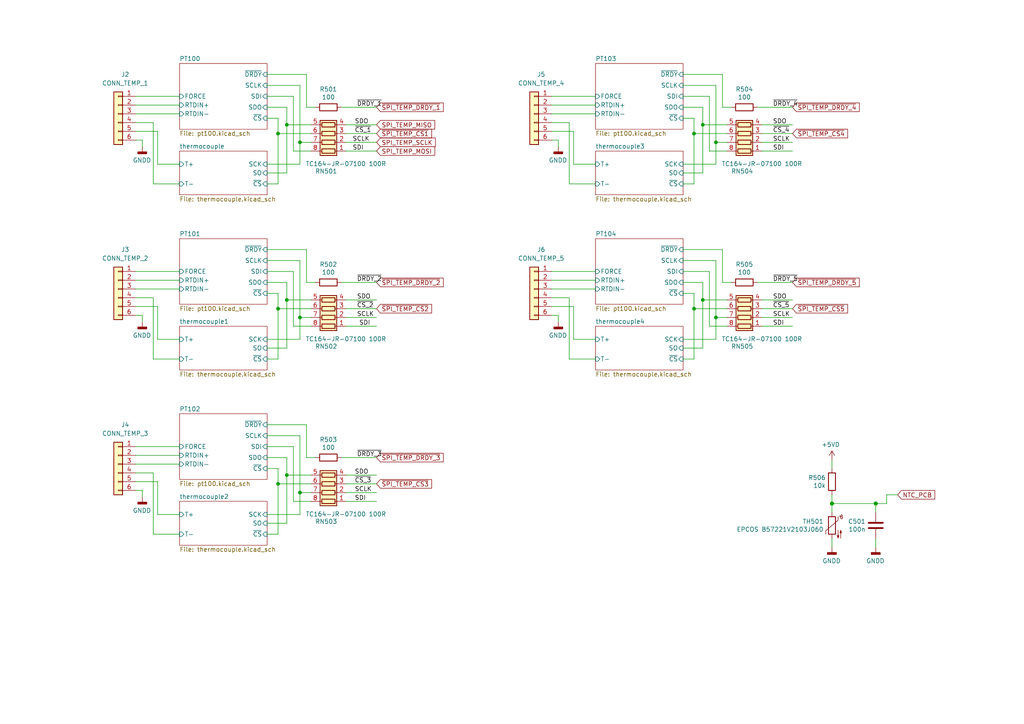
<source format=kicad_sch>
(kicad_sch (version 20211123) (generator eeschema)

  (uuid 4218705b-5f7d-47a4-b894-597b5d5cee09)

  (paper "A4")

  (lib_symbols
    (symbol "Connector_Generic:Conn_01x06" (pin_names (offset 1.016) hide) (in_bom yes) (on_board yes)
      (property "Reference" "J" (id 0) (at 0 7.62 0)
        (effects (font (size 1.27 1.27)))
      )
      (property "Value" "Conn_01x06" (id 1) (at 0 -10.16 0)
        (effects (font (size 1.27 1.27)))
      )
      (property "Footprint" "" (id 2) (at 0 0 0)
        (effects (font (size 1.27 1.27)) hide)
      )
      (property "Datasheet" "~" (id 3) (at 0 0 0)
        (effects (font (size 1.27 1.27)) hide)
      )
      (property "ki_keywords" "connector" (id 4) (at 0 0 0)
        (effects (font (size 1.27 1.27)) hide)
      )
      (property "ki_description" "Generic connector, single row, 01x06, script generated (kicad-library-utils/schlib/autogen/connector/)" (id 5) (at 0 0 0)
        (effects (font (size 1.27 1.27)) hide)
      )
      (property "ki_fp_filters" "Connector*:*_1x??_*" (id 6) (at 0 0 0)
        (effects (font (size 1.27 1.27)) hide)
      )
      (symbol "Conn_01x06_1_1"
        (rectangle (start -1.27 -7.493) (end 0 -7.747)
          (stroke (width 0.1524) (type default) (color 0 0 0 0))
          (fill (type none))
        )
        (rectangle (start -1.27 -4.953) (end 0 -5.207)
          (stroke (width 0.1524) (type default) (color 0 0 0 0))
          (fill (type none))
        )
        (rectangle (start -1.27 -2.413) (end 0 -2.667)
          (stroke (width 0.1524) (type default) (color 0 0 0 0))
          (fill (type none))
        )
        (rectangle (start -1.27 0.127) (end 0 -0.127)
          (stroke (width 0.1524) (type default) (color 0 0 0 0))
          (fill (type none))
        )
        (rectangle (start -1.27 2.667) (end 0 2.413)
          (stroke (width 0.1524) (type default) (color 0 0 0 0))
          (fill (type none))
        )
        (rectangle (start -1.27 5.207) (end 0 4.953)
          (stroke (width 0.1524) (type default) (color 0 0 0 0))
          (fill (type none))
        )
        (rectangle (start -1.27 6.35) (end 1.27 -8.89)
          (stroke (width 0.254) (type default) (color 0 0 0 0))
          (fill (type background))
        )
        (pin passive line (at -5.08 5.08 0) (length 3.81)
          (name "Pin_1" (effects (font (size 1.27 1.27))))
          (number "1" (effects (font (size 1.27 1.27))))
        )
        (pin passive line (at -5.08 2.54 0) (length 3.81)
          (name "Pin_2" (effects (font (size 1.27 1.27))))
          (number "2" (effects (font (size 1.27 1.27))))
        )
        (pin passive line (at -5.08 0 0) (length 3.81)
          (name "Pin_3" (effects (font (size 1.27 1.27))))
          (number "3" (effects (font (size 1.27 1.27))))
        )
        (pin passive line (at -5.08 -2.54 0) (length 3.81)
          (name "Pin_4" (effects (font (size 1.27 1.27))))
          (number "4" (effects (font (size 1.27 1.27))))
        )
        (pin passive line (at -5.08 -5.08 0) (length 3.81)
          (name "Pin_5" (effects (font (size 1.27 1.27))))
          (number "5" (effects (font (size 1.27 1.27))))
        )
        (pin passive line (at -5.08 -7.62 0) (length 3.81)
          (name "Pin_6" (effects (font (size 1.27 1.27))))
          (number "6" (effects (font (size 1.27 1.27))))
        )
      )
    )
    (symbol "Device:C" (pin_numbers hide) (pin_names (offset 0.254)) (in_bom yes) (on_board yes)
      (property "Reference" "C" (id 0) (at 0.635 2.54 0)
        (effects (font (size 1.27 1.27)) (justify left))
      )
      (property "Value" "C" (id 1) (at 0.635 -2.54 0)
        (effects (font (size 1.27 1.27)) (justify left))
      )
      (property "Footprint" "" (id 2) (at 0.9652 -3.81 0)
        (effects (font (size 1.27 1.27)) hide)
      )
      (property "Datasheet" "~" (id 3) (at 0 0 0)
        (effects (font (size 1.27 1.27)) hide)
      )
      (property "ki_keywords" "cap capacitor" (id 4) (at 0 0 0)
        (effects (font (size 1.27 1.27)) hide)
      )
      (property "ki_description" "Unpolarized capacitor" (id 5) (at 0 0 0)
        (effects (font (size 1.27 1.27)) hide)
      )
      (property "ki_fp_filters" "C_*" (id 6) (at 0 0 0)
        (effects (font (size 1.27 1.27)) hide)
      )
      (symbol "C_0_1"
        (polyline
          (pts
            (xy -2.032 -0.762)
            (xy 2.032 -0.762)
          )
          (stroke (width 0.508) (type default) (color 0 0 0 0))
          (fill (type none))
        )
        (polyline
          (pts
            (xy -2.032 0.762)
            (xy 2.032 0.762)
          )
          (stroke (width 0.508) (type default) (color 0 0 0 0))
          (fill (type none))
        )
      )
      (symbol "C_1_1"
        (pin passive line (at 0 3.81 270) (length 2.794)
          (name "~" (effects (font (size 1.27 1.27))))
          (number "1" (effects (font (size 1.27 1.27))))
        )
        (pin passive line (at 0 -3.81 90) (length 2.794)
          (name "~" (effects (font (size 1.27 1.27))))
          (number "2" (effects (font (size 1.27 1.27))))
        )
      )
    )
    (symbol "Device:R" (pin_numbers hide) (pin_names (offset 0)) (in_bom yes) (on_board yes)
      (property "Reference" "R" (id 0) (at 2.032 0 90)
        (effects (font (size 1.27 1.27)))
      )
      (property "Value" "R" (id 1) (at 0 0 90)
        (effects (font (size 1.27 1.27)))
      )
      (property "Footprint" "" (id 2) (at -1.778 0 90)
        (effects (font (size 1.27 1.27)) hide)
      )
      (property "Datasheet" "~" (id 3) (at 0 0 0)
        (effects (font (size 1.27 1.27)) hide)
      )
      (property "ki_keywords" "R res resistor" (id 4) (at 0 0 0)
        (effects (font (size 1.27 1.27)) hide)
      )
      (property "ki_description" "Resistor" (id 5) (at 0 0 0)
        (effects (font (size 1.27 1.27)) hide)
      )
      (property "ki_fp_filters" "R_*" (id 6) (at 0 0 0)
        (effects (font (size 1.27 1.27)) hide)
      )
      (symbol "R_0_1"
        (rectangle (start -1.016 -2.54) (end 1.016 2.54)
          (stroke (width 0.254) (type default) (color 0 0 0 0))
          (fill (type none))
        )
      )
      (symbol "R_1_1"
        (pin passive line (at 0 3.81 270) (length 1.27)
          (name "~" (effects (font (size 1.27 1.27))))
          (number "1" (effects (font (size 1.27 1.27))))
        )
        (pin passive line (at 0 -3.81 90) (length 1.27)
          (name "~" (effects (font (size 1.27 1.27))))
          (number "2" (effects (font (size 1.27 1.27))))
        )
      )
    )
    (symbol "Device:R_Pack04" (pin_names (offset 0) hide) (in_bom yes) (on_board yes)
      (property "Reference" "RN" (id 0) (at -7.62 0 90)
        (effects (font (size 1.27 1.27)))
      )
      (property "Value" "R_Pack04" (id 1) (at 5.08 0 90)
        (effects (font (size 1.27 1.27)))
      )
      (property "Footprint" "" (id 2) (at 6.985 0 90)
        (effects (font (size 1.27 1.27)) hide)
      )
      (property "Datasheet" "~" (id 3) (at 0 0 0)
        (effects (font (size 1.27 1.27)) hide)
      )
      (property "ki_keywords" "R network parallel topology isolated" (id 4) (at 0 0 0)
        (effects (font (size 1.27 1.27)) hide)
      )
      (property "ki_description" "4 resistor network, parallel topology" (id 5) (at 0 0 0)
        (effects (font (size 1.27 1.27)) hide)
      )
      (property "ki_fp_filters" "DIP* SOIC* R*Array*Concave* R*Array*Convex*" (id 6) (at 0 0 0)
        (effects (font (size 1.27 1.27)) hide)
      )
      (symbol "R_Pack04_0_1"
        (rectangle (start -6.35 -2.413) (end 3.81 2.413)
          (stroke (width 0.254) (type default) (color 0 0 0 0))
          (fill (type background))
        )
        (rectangle (start -5.715 1.905) (end -4.445 -1.905)
          (stroke (width 0.254) (type default) (color 0 0 0 0))
          (fill (type none))
        )
        (rectangle (start -3.175 1.905) (end -1.905 -1.905)
          (stroke (width 0.254) (type default) (color 0 0 0 0))
          (fill (type none))
        )
        (rectangle (start -0.635 1.905) (end 0.635 -1.905)
          (stroke (width 0.254) (type default) (color 0 0 0 0))
          (fill (type none))
        )
        (polyline
          (pts
            (xy -5.08 -2.54)
            (xy -5.08 -1.905)
          )
          (stroke (width 0) (type default) (color 0 0 0 0))
          (fill (type none))
        )
        (polyline
          (pts
            (xy -5.08 1.905)
            (xy -5.08 2.54)
          )
          (stroke (width 0) (type default) (color 0 0 0 0))
          (fill (type none))
        )
        (polyline
          (pts
            (xy -2.54 -2.54)
            (xy -2.54 -1.905)
          )
          (stroke (width 0) (type default) (color 0 0 0 0))
          (fill (type none))
        )
        (polyline
          (pts
            (xy -2.54 1.905)
            (xy -2.54 2.54)
          )
          (stroke (width 0) (type default) (color 0 0 0 0))
          (fill (type none))
        )
        (polyline
          (pts
            (xy 0 -2.54)
            (xy 0 -1.905)
          )
          (stroke (width 0) (type default) (color 0 0 0 0))
          (fill (type none))
        )
        (polyline
          (pts
            (xy 0 1.905)
            (xy 0 2.54)
          )
          (stroke (width 0) (type default) (color 0 0 0 0))
          (fill (type none))
        )
        (polyline
          (pts
            (xy 2.54 -2.54)
            (xy 2.54 -1.905)
          )
          (stroke (width 0) (type default) (color 0 0 0 0))
          (fill (type none))
        )
        (polyline
          (pts
            (xy 2.54 1.905)
            (xy 2.54 2.54)
          )
          (stroke (width 0) (type default) (color 0 0 0 0))
          (fill (type none))
        )
        (rectangle (start 1.905 1.905) (end 3.175 -1.905)
          (stroke (width 0.254) (type default) (color 0 0 0 0))
          (fill (type none))
        )
      )
      (symbol "R_Pack04_1_1"
        (pin passive line (at -5.08 -5.08 90) (length 2.54)
          (name "R1.1" (effects (font (size 1.27 1.27))))
          (number "1" (effects (font (size 1.27 1.27))))
        )
        (pin passive line (at -2.54 -5.08 90) (length 2.54)
          (name "R2.1" (effects (font (size 1.27 1.27))))
          (number "2" (effects (font (size 1.27 1.27))))
        )
        (pin passive line (at 0 -5.08 90) (length 2.54)
          (name "R3.1" (effects (font (size 1.27 1.27))))
          (number "3" (effects (font (size 1.27 1.27))))
        )
        (pin passive line (at 2.54 -5.08 90) (length 2.54)
          (name "R4.1" (effects (font (size 1.27 1.27))))
          (number "4" (effects (font (size 1.27 1.27))))
        )
        (pin passive line (at 2.54 5.08 270) (length 2.54)
          (name "R4.2" (effects (font (size 1.27 1.27))))
          (number "5" (effects (font (size 1.27 1.27))))
        )
        (pin passive line (at 0 5.08 270) (length 2.54)
          (name "R3.2" (effects (font (size 1.27 1.27))))
          (number "6" (effects (font (size 1.27 1.27))))
        )
        (pin passive line (at -2.54 5.08 270) (length 2.54)
          (name "R2.2" (effects (font (size 1.27 1.27))))
          (number "7" (effects (font (size 1.27 1.27))))
        )
        (pin passive line (at -5.08 5.08 270) (length 2.54)
          (name "R1.2" (effects (font (size 1.27 1.27))))
          (number "8" (effects (font (size 1.27 1.27))))
        )
      )
    )
    (symbol "Device:Thermistor_NTC" (pin_numbers hide) (pin_names (offset 0)) (in_bom yes) (on_board yes)
      (property "Reference" "TH" (id 0) (at -4.445 0 90)
        (effects (font (size 1.27 1.27)))
      )
      (property "Value" "Thermistor_NTC" (id 1) (at 3.175 0 90)
        (effects (font (size 1.27 1.27)))
      )
      (property "Footprint" "" (id 2) (at 0 1.27 0)
        (effects (font (size 1.27 1.27)) hide)
      )
      (property "Datasheet" "~" (id 3) (at 0 1.27 0)
        (effects (font (size 1.27 1.27)) hide)
      )
      (property "ki_keywords" "thermistor NTC resistor sensor RTD" (id 4) (at 0 0 0)
        (effects (font (size 1.27 1.27)) hide)
      )
      (property "ki_description" "Temperature dependent resistor, negative temperature coefficient" (id 5) (at 0 0 0)
        (effects (font (size 1.27 1.27)) hide)
      )
      (property "ki_fp_filters" "*NTC* *Thermistor* PIN?ARRAY* bornier* *Terminal?Block* R_*" (id 6) (at 0 0 0)
        (effects (font (size 1.27 1.27)) hide)
      )
      (symbol "Thermistor_NTC_0_1"
        (arc (start -3.048 2.159) (mid -3.0505 2.3165) (end -3.175 2.413)
          (stroke (width 0) (type default) (color 0 0 0 0))
          (fill (type none))
        )
        (arc (start -3.048 2.159) (mid -2.9736 1.9794) (end -2.794 1.905)
          (stroke (width 0) (type default) (color 0 0 0 0))
          (fill (type none))
        )
        (arc (start -3.048 2.794) (mid -2.9736 2.6144) (end -2.794 2.54)
          (stroke (width 0) (type default) (color 0 0 0 0))
          (fill (type none))
        )
        (arc (start -2.794 1.905) (mid -2.6144 1.9794) (end -2.54 2.159)
          (stroke (width 0) (type default) (color 0 0 0 0))
          (fill (type none))
        )
        (arc (start -2.794 2.54) (mid -2.434 2.5608) (end -2.159 2.794)
          (stroke (width 0) (type default) (color 0 0 0 0))
          (fill (type none))
        )
        (arc (start -2.794 3.048) (mid -2.9736 2.9736) (end -3.048 2.794)
          (stroke (width 0) (type default) (color 0 0 0 0))
          (fill (type none))
        )
        (arc (start -2.54 2.794) (mid -2.6144 2.9736) (end -2.794 3.048)
          (stroke (width 0) (type default) (color 0 0 0 0))
          (fill (type none))
        )
        (rectangle (start -1.016 2.54) (end 1.016 -2.54)
          (stroke (width 0.254) (type default) (color 0 0 0 0))
          (fill (type none))
        )
        (polyline
          (pts
            (xy -2.54 2.159)
            (xy -2.54 2.794)
          )
          (stroke (width 0) (type default) (color 0 0 0 0))
          (fill (type none))
        )
        (polyline
          (pts
            (xy -1.778 2.54)
            (xy -1.778 1.524)
            (xy 1.778 -1.524)
            (xy 1.778 -2.54)
          )
          (stroke (width 0) (type default) (color 0 0 0 0))
          (fill (type none))
        )
        (polyline
          (pts
            (xy -2.54 -3.683)
            (xy -2.54 -1.397)
            (xy -2.794 -2.159)
            (xy -2.286 -2.159)
            (xy -2.54 -1.397)
            (xy -2.54 -1.651)
          )
          (stroke (width 0) (type default) (color 0 0 0 0))
          (fill (type outline))
        )
        (polyline
          (pts
            (xy -1.778 -1.397)
            (xy -1.778 -3.683)
            (xy -2.032 -2.921)
            (xy -1.524 -2.921)
            (xy -1.778 -3.683)
            (xy -1.778 -3.429)
          )
          (stroke (width 0) (type default) (color 0 0 0 0))
          (fill (type outline))
        )
      )
      (symbol "Thermistor_NTC_1_1"
        (pin passive line (at 0 3.81 270) (length 1.27)
          (name "~" (effects (font (size 1.27 1.27))))
          (number "1" (effects (font (size 1.27 1.27))))
        )
        (pin passive line (at 0 -3.81 90) (length 1.27)
          (name "~" (effects (font (size 1.27 1.27))))
          (number "2" (effects (font (size 1.27 1.27))))
        )
      )
    )
    (symbol "power:+5VD" (power) (pin_names (offset 0)) (in_bom yes) (on_board yes)
      (property "Reference" "#PWR" (id 0) (at 0 -3.81 0)
        (effects (font (size 1.27 1.27)) hide)
      )
      (property "Value" "+5VD" (id 1) (at 0 3.556 0)
        (effects (font (size 1.27 1.27)))
      )
      (property "Footprint" "" (id 2) (at 0 0 0)
        (effects (font (size 1.27 1.27)) hide)
      )
      (property "Datasheet" "" (id 3) (at 0 0 0)
        (effects (font (size 1.27 1.27)) hide)
      )
      (property "ki_keywords" "power-flag" (id 4) (at 0 0 0)
        (effects (font (size 1.27 1.27)) hide)
      )
      (property "ki_description" "Power symbol creates a global label with name \"+5VD\"" (id 5) (at 0 0 0)
        (effects (font (size 1.27 1.27)) hide)
      )
      (symbol "+5VD_0_1"
        (polyline
          (pts
            (xy -0.762 1.27)
            (xy 0 2.54)
          )
          (stroke (width 0) (type default) (color 0 0 0 0))
          (fill (type none))
        )
        (polyline
          (pts
            (xy 0 0)
            (xy 0 2.54)
          )
          (stroke (width 0) (type default) (color 0 0 0 0))
          (fill (type none))
        )
        (polyline
          (pts
            (xy 0 2.54)
            (xy 0.762 1.27)
          )
          (stroke (width 0) (type default) (color 0 0 0 0))
          (fill (type none))
        )
      )
      (symbol "+5VD_1_1"
        (pin power_in line (at 0 0 90) (length 0) hide
          (name "+5VD" (effects (font (size 1.27 1.27))))
          (number "1" (effects (font (size 1.27 1.27))))
        )
      )
    )
    (symbol "power:GNDD" (power) (pin_names (offset 0)) (in_bom yes) (on_board yes)
      (property "Reference" "#PWR" (id 0) (at 0 -6.35 0)
        (effects (font (size 1.27 1.27)) hide)
      )
      (property "Value" "GNDD" (id 1) (at 0 -3.175 0)
        (effects (font (size 1.27 1.27)))
      )
      (property "Footprint" "" (id 2) (at 0 0 0)
        (effects (font (size 1.27 1.27)) hide)
      )
      (property "Datasheet" "" (id 3) (at 0 0 0)
        (effects (font (size 1.27 1.27)) hide)
      )
      (property "ki_keywords" "power-flag" (id 4) (at 0 0 0)
        (effects (font (size 1.27 1.27)) hide)
      )
      (property "ki_description" "Power symbol creates a global label with name \"GNDD\" , digital ground" (id 5) (at 0 0 0)
        (effects (font (size 1.27 1.27)) hide)
      )
      (symbol "GNDD_0_1"
        (rectangle (start -1.27 -1.524) (end 1.27 -2.032)
          (stroke (width 0.254) (type default) (color 0 0 0 0))
          (fill (type outline))
        )
        (polyline
          (pts
            (xy 0 0)
            (xy 0 -1.524)
          )
          (stroke (width 0) (type default) (color 0 0 0 0))
          (fill (type none))
        )
      )
      (symbol "GNDD_1_1"
        (pin power_in line (at 0 0 270) (length 0) hide
          (name "GNDD" (effects (font (size 1.27 1.27))))
          (number "1" (effects (font (size 1.27 1.27))))
        )
      )
    )
  )

  (junction (at 83.185 137.795) (diameter 0) (color 0 0 0 0)
    (uuid 011178d6-4025-413b-baf9-cf0b6cfe3bd2)
  )
  (junction (at 207.645 41.275) (diameter 0) (color 0 0 0 0)
    (uuid 0b58bb8e-439f-458c-9943-16eb18e4c83b)
  )
  (junction (at 201.295 38.735) (diameter 0) (color 0 0 0 0)
    (uuid 0dc6def0-f04f-404f-85fc-c7ceaedba887)
  )
  (junction (at 201.295 89.535) (diameter 0) (color 0 0 0 0)
    (uuid 20a1db19-2c3a-401c-a33a-64fc22a79c1d)
  )
  (junction (at 86.995 41.275) (diameter 0) (color 0 0 0 0)
    (uuid 226355de-58e6-4382-b81d-eb5574981c21)
  )
  (junction (at 80.645 38.735) (diameter 0) (color 0 0 0 0)
    (uuid 4d4ea981-3525-4850-83bc-cba59abedb6c)
  )
  (junction (at 80.645 89.535) (diameter 0) (color 0 0 0 0)
    (uuid 5e17c231-025d-46ae-a817-af79f6b12e27)
  )
  (junction (at 80.645 140.335) (diameter 0) (color 0 0 0 0)
    (uuid 6cef6119-fedf-4f01-a2d0-78f3a2669f76)
  )
  (junction (at 203.835 86.995) (diameter 0) (color 0 0 0 0)
    (uuid 70546e1a-2505-45d7-a950-0d16e0c4c427)
  )
  (junction (at 254 146.05) (diameter 1.016) (color 0 0 0 0)
    (uuid 8655bdd2-c52b-4caf-8af9-5bf27583556a)
  )
  (junction (at 241.3 146.05) (diameter 1.016) (color 0 0 0 0)
    (uuid 87b0d27d-8c92-47f5-b6cf-66578b6858e7)
  )
  (junction (at 83.185 36.195) (diameter 0) (color 0 0 0 0)
    (uuid 89cc135e-f96c-4360-bccd-59db065e77f8)
  )
  (junction (at 83.185 86.995) (diameter 0) (color 0 0 0 0)
    (uuid ae0aa6fa-5a30-415e-a8c0-a24e3478742e)
  )
  (junction (at 86.995 142.875) (diameter 0) (color 0 0 0 0)
    (uuid b16cf784-6782-4b08-a1a6-b24212313887)
  )
  (junction (at 86.995 92.075) (diameter 0) (color 0 0 0 0)
    (uuid cfee214d-0896-49fa-acf5-34e5207a32bd)
  )
  (junction (at 203.835 36.195) (diameter 0) (color 0 0 0 0)
    (uuid f6cca81d-a9b5-4e15-883b-1c868dea7056)
  )
  (junction (at 207.645 92.075) (diameter 0) (color 0 0 0 0)
    (uuid f8d6a90f-4a5d-4a03-88ca-27e1d4b3b125)
  )

  (wire (pts (xy 85.09 78.74) (xy 85.09 94.615))
    (stroke (width 0) (type solid) (color 0 0 0 0))
    (uuid 00488339-d9ba-4e0a-aa53-d993754717fa)
  )
  (wire (pts (xy 90.17 94.615) (xy 85.09 94.615))
    (stroke (width 0) (type solid) (color 0 0 0 0))
    (uuid 00488339-d9ba-4e0a-aa53-d993754717fb)
  )
  (wire (pts (xy 39.37 142.24) (xy 41.275 142.24))
    (stroke (width 0) (type solid) (color 0 0 0 0))
    (uuid 009b944f-2863-46d4-ac27-0f0ee66bf8ac)
  )
  (wire (pts (xy 205.74 78.74) (xy 198.12 78.74))
    (stroke (width 0) (type solid) (color 0 0 0 0))
    (uuid 012754b7-a366-4810-9548-0c0e6e702eb2)
  )
  (wire (pts (xy 77.47 149.225) (xy 86.995 149.225))
    (stroke (width 0) (type solid) (color 0 0 0 0))
    (uuid 02455be7-1548-4021-9090-5d17a97300e1)
  )
  (wire (pts (xy 91.44 31.115) (xy 88.9 31.115))
    (stroke (width 0) (type solid) (color 0 0 0 0))
    (uuid 032565a5-8428-42ba-94f2-34da93c03c83)
  )
  (wire (pts (xy 44.45 86.36) (xy 44.45 104.14))
    (stroke (width 0) (type solid) (color 0 0 0 0))
    (uuid 03e25bb4-b4c4-40db-9058-87bc34c59a5c)
  )
  (wire (pts (xy 44.45 104.14) (xy 52.07 104.14))
    (stroke (width 0) (type solid) (color 0 0 0 0))
    (uuid 03e25bb4-b4c4-40db-9058-87bc34c59a5d)
  )
  (wire (pts (xy 198.12 53.34) (xy 201.295 53.34))
    (stroke (width 0) (type solid) (color 0 0 0 0))
    (uuid 045ad767-5de3-4d4f-88a3-a9f26e62a00e)
  )
  (wire (pts (xy 39.37 91.44) (xy 41.275 91.44))
    (stroke (width 0) (type solid) (color 0 0 0 0))
    (uuid 060c4da5-2baf-4c1e-8bfe-456415252473)
  )
  (wire (pts (xy 86.995 24.765) (xy 77.47 24.765))
    (stroke (width 0) (type solid) (color 0 0 0 0))
    (uuid 06a35746-9a02-4149-957d-b97bcd20a62d)
  )
  (wire (pts (xy 166.37 38.1) (xy 166.37 47.625))
    (stroke (width 0) (type default) (color 0 0 0 0))
    (uuid 0803f714-835c-4009-8d20-b29f6f624121)
  )
  (wire (pts (xy 39.37 27.94) (xy 52.07 27.94))
    (stroke (width 0) (type solid) (color 0 0 0 0))
    (uuid 09c359cd-565d-41d8-a4a1-413435e01caf)
  )
  (wire (pts (xy 85.09 129.54) (xy 77.47 129.54))
    (stroke (width 0) (type solid) (color 0 0 0 0))
    (uuid 0d061e33-6b80-4084-b064-73ec33ae0105)
  )
  (wire (pts (xy 160.02 33.02) (xy 172.72 33.02))
    (stroke (width 0) (type solid) (color 0 0 0 0))
    (uuid 0d1c8b74-0c40-4a51-99c4-c8c526069b1c)
  )
  (wire (pts (xy 100.33 89.535) (xy 109.22 89.535))
    (stroke (width 0) (type solid) (color 0 0 0 0))
    (uuid 0db023fb-14fe-463f-af4f-53e2c60191a3)
  )
  (wire (pts (xy 88.9 81.915) (xy 88.9 72.39))
    (stroke (width 0) (type solid) (color 0 0 0 0))
    (uuid 0f242d58-0505-4069-972e-6ebe420362c8)
  )
  (wire (pts (xy 207.645 24.765) (xy 207.645 41.275))
    (stroke (width 0) (type solid) (color 0 0 0 0))
    (uuid 102a0efa-1028-4fe6-bed9-97959de6a346)
  )
  (wire (pts (xy 207.645 41.275) (xy 207.645 47.625))
    (stroke (width 0) (type solid) (color 0 0 0 0))
    (uuid 102a0efa-1028-4fe6-bed9-97959de6a347)
  )
  (wire (pts (xy 85.09 129.54) (xy 85.09 145.415))
    (stroke (width 0) (type solid) (color 0 0 0 0))
    (uuid 11b1d826-8062-4f9e-aa78-09fa436b263a)
  )
  (wire (pts (xy 85.09 145.415) (xy 90.17 145.415))
    (stroke (width 0) (type solid) (color 0 0 0 0))
    (uuid 11b1d826-8062-4f9e-aa78-09fa436b263b)
  )
  (wire (pts (xy 201.295 34.29) (xy 201.295 38.735))
    (stroke (width 0) (type solid) (color 0 0 0 0))
    (uuid 1470ec02-1203-45be-8606-cfabc2de09f7)
  )
  (wire (pts (xy 201.295 38.735) (xy 201.295 53.34))
    (stroke (width 0) (type solid) (color 0 0 0 0))
    (uuid 1470ec02-1203-45be-8606-cfabc2de09f8)
  )
  (wire (pts (xy 198.12 98.425) (xy 207.645 98.425))
    (stroke (width 0) (type solid) (color 0 0 0 0))
    (uuid 16c1f1eb-7779-4a51-acd9-a6d8f4ee3c6e)
  )
  (wire (pts (xy 203.835 31.115) (xy 203.835 36.195))
    (stroke (width 0) (type solid) (color 0 0 0 0))
    (uuid 193828e1-d5c0-4a36-9192-3f77e1410708)
  )
  (wire (pts (xy 203.835 36.195) (xy 203.835 50.165))
    (stroke (width 0) (type solid) (color 0 0 0 0))
    (uuid 193828e1-d5c0-4a36-9192-3f77e1410709)
  )
  (wire (pts (xy 80.645 140.335) (xy 90.17 140.335))
    (stroke (width 0) (type solid) (color 0 0 0 0))
    (uuid 19f11639-4860-4e2c-af17-b1b6aaf393bc)
  )
  (wire (pts (xy 39.37 129.54) (xy 52.07 129.54))
    (stroke (width 0) (type solid) (color 0 0 0 0))
    (uuid 1bc0a7b7-7033-4fe3-a075-7dec07dbdcd6)
  )
  (wire (pts (xy 220.98 89.535) (xy 229.87 89.535))
    (stroke (width 0) (type solid) (color 0 0 0 0))
    (uuid 1ec7aea6-9ebd-478a-a4c0-5ab78116bd4b)
  )
  (wire (pts (xy 86.995 24.765) (xy 86.995 41.275))
    (stroke (width 0) (type solid) (color 0 0 0 0))
    (uuid 1f244c8b-3eca-4eac-8759-99ee6ec10c18)
  )
  (wire (pts (xy 86.995 41.275) (xy 86.995 47.625))
    (stroke (width 0) (type solid) (color 0 0 0 0))
    (uuid 1f244c8b-3eca-4eac-8759-99ee6ec10c19)
  )
  (wire (pts (xy 100.33 142.875) (xy 109.22 142.875))
    (stroke (width 0) (type solid) (color 0 0 0 0))
    (uuid 1f938d40-2a5b-4cce-8dc9-1f94f4123c37)
  )
  (wire (pts (xy 39.37 83.82) (xy 52.07 83.82))
    (stroke (width 0) (type solid) (color 0 0 0 0))
    (uuid 227084ee-5dfb-4c22-8126-208fa21c71ec)
  )
  (wire (pts (xy 198.12 21.59) (xy 209.55 21.59))
    (stroke (width 0) (type solid) (color 0 0 0 0))
    (uuid 22bf635e-dd9b-4100-bfd7-d1985e8b3d4c)
  )
  (wire (pts (xy 80.645 85.09) (xy 77.47 85.09))
    (stroke (width 0) (type solid) (color 0 0 0 0))
    (uuid 25a58e9a-49f9-46d2-bdad-e4e32017bad8)
  )
  (wire (pts (xy 77.47 154.94) (xy 80.645 154.94))
    (stroke (width 0) (type solid) (color 0 0 0 0))
    (uuid 25c42a7a-61e4-427c-8e28-0b55b02176eb)
  )
  (wire (pts (xy 86.995 142.875) (xy 90.17 142.875))
    (stroke (width 0) (type solid) (color 0 0 0 0))
    (uuid 264cc6e4-e4e2-4fa7-90a9-62b511d4d801)
  )
  (wire (pts (xy 45.72 149.225) (xy 52.07 149.225))
    (stroke (width 0) (type solid) (color 0 0 0 0))
    (uuid 2bd8e85e-775b-4120-b56a-c3e03428a157)
  )
  (wire (pts (xy 198.12 50.165) (xy 203.835 50.165))
    (stroke (width 0) (type solid) (color 0 0 0 0))
    (uuid 2de86e3c-4ed6-40a4-8b11-e4e842c9fb79)
  )
  (wire (pts (xy 209.55 81.915) (xy 209.55 72.39))
    (stroke (width 0) (type solid) (color 0 0 0 0))
    (uuid 2f8594a2-222f-4427-b13a-2e25cb26f11f)
  )
  (wire (pts (xy 160.02 40.64) (xy 161.925 40.64))
    (stroke (width 0) (type solid) (color 0 0 0 0))
    (uuid 3018e1f8-e02e-4e71-a458-6cd3cf25034f)
  )
  (wire (pts (xy 160.02 81.28) (xy 172.72 81.28))
    (stroke (width 0) (type solid) (color 0 0 0 0))
    (uuid 301d5956-0010-4bc1-ac88-be99736726ec)
  )
  (wire (pts (xy 39.37 33.02) (xy 52.07 33.02))
    (stroke (width 0) (type solid) (color 0 0 0 0))
    (uuid 32290571-6464-4a86-a019-3891f5f6ddd2)
  )
  (wire (pts (xy 257.175 143.51) (xy 257.175 146.05))
    (stroke (width 0) (type solid) (color 0 0 0 0))
    (uuid 33553b5b-16fa-40da-a884-e4bd39c3f12a)
  )
  (wire (pts (xy 88.9 132.715) (xy 88.9 123.19))
    (stroke (width 0) (type solid) (color 0 0 0 0))
    (uuid 3474b6de-4bd5-4fb9-aa8f-08b8403556cc)
  )
  (wire (pts (xy 100.33 94.615) (xy 109.22 94.615))
    (stroke (width 0) (type solid) (color 0 0 0 0))
    (uuid 380548d4-2c48-41e4-8d8f-a5ce9670536f)
  )
  (wire (pts (xy 220.98 94.615) (xy 229.87 94.615))
    (stroke (width 0) (type solid) (color 0 0 0 0))
    (uuid 38850d42-6f1f-4190-9602-1d61b867194f)
  )
  (wire (pts (xy 80.645 85.09) (xy 80.645 89.535))
    (stroke (width 0) (type solid) (color 0 0 0 0))
    (uuid 39bc14fc-0a1d-437a-b05c-906f599f90e8)
  )
  (wire (pts (xy 80.645 89.535) (xy 80.645 104.14))
    (stroke (width 0) (type solid) (color 0 0 0 0))
    (uuid 39bc14fc-0a1d-437a-b05c-906f599f90e9)
  )
  (wire (pts (xy 44.45 35.56) (xy 39.37 35.56))
    (stroke (width 0) (type default) (color 0 0 0 0))
    (uuid 3cabd79a-3fea-4b04-8965-22e61b5077f3)
  )
  (wire (pts (xy 160.02 30.48) (xy 172.72 30.48))
    (stroke (width 0) (type solid) (color 0 0 0 0))
    (uuid 47958470-1f7e-471c-bb85-1ee600107fc4)
  )
  (wire (pts (xy 77.47 123.19) (xy 88.9 123.19))
    (stroke (width 0) (type solid) (color 0 0 0 0))
    (uuid 49850bf9-1f6b-41d1-91ad-711fc0bf6ba6)
  )
  (wire (pts (xy 39.37 40.64) (xy 41.275 40.64))
    (stroke (width 0) (type solid) (color 0 0 0 0))
    (uuid 4cff6c5c-cd60-4c64-ae54-af5902b02fed)
  )
  (wire (pts (xy 41.275 40.64) (xy 41.275 42.545))
    (stroke (width 0) (type solid) (color 0 0 0 0))
    (uuid 4cff6c5c-cd60-4c64-ae54-af5902b02fee)
  )
  (wire (pts (xy 203.835 86.995) (xy 210.82 86.995))
    (stroke (width 0) (type solid) (color 0 0 0 0))
    (uuid 4d45c194-1f94-4f0d-a3b8-9158bd670b01)
  )
  (wire (pts (xy 161.925 40.64) (xy 161.925 42.545))
    (stroke (width 0) (type solid) (color 0 0 0 0))
    (uuid 4dcbf7a0-5fd1-45e6-afcd-c51eabef2bda)
  )
  (wire (pts (xy 100.33 145.415) (xy 109.22 145.415))
    (stroke (width 0) (type solid) (color 0 0 0 0))
    (uuid 4f4835c3-2437-45ee-97d2-4742aa684fa7)
  )
  (wire (pts (xy 86.995 75.565) (xy 77.47 75.565))
    (stroke (width 0) (type solid) (color 0 0 0 0))
    (uuid 557ff245-d9ed-4a03-bf49-9879e4c4cd38)
  )
  (wire (pts (xy 39.37 132.08) (xy 52.07 132.08))
    (stroke (width 0) (type solid) (color 0 0 0 0))
    (uuid 5725e20c-1e7f-45f0-9a5a-575bbf3b8593)
  )
  (wire (pts (xy 201.295 38.735) (xy 210.82 38.735))
    (stroke (width 0) (type solid) (color 0 0 0 0))
    (uuid 572af756-3717-4555-9501-87e2e87930cc)
  )
  (wire (pts (xy 203.835 81.915) (xy 203.835 86.995))
    (stroke (width 0) (type solid) (color 0 0 0 0))
    (uuid 587e14a1-8113-435e-a0b9-dcad71b536b0)
  )
  (wire (pts (xy 203.835 86.995) (xy 203.835 100.965))
    (stroke (width 0) (type solid) (color 0 0 0 0))
    (uuid 587e14a1-8113-435e-a0b9-dcad71b536b1)
  )
  (wire (pts (xy 100.33 43.815) (xy 109.22 43.815))
    (stroke (width 0) (type solid) (color 0 0 0 0))
    (uuid 5941d416-5922-43ad-9c88-4ed491e68b9d)
  )
  (wire (pts (xy 45.72 38.1) (xy 45.72 47.625))
    (stroke (width 0) (type default) (color 0 0 0 0))
    (uuid 59e24ae1-58fe-4e8f-b253-14c834801d38)
  )
  (wire (pts (xy 165.1 86.36) (xy 165.1 104.14))
    (stroke (width 0) (type solid) (color 0 0 0 0))
    (uuid 5b12b93a-b9a0-4ae9-b387-215994b1e8cc)
  )
  (wire (pts (xy 207.645 41.275) (xy 210.82 41.275))
    (stroke (width 0) (type solid) (color 0 0 0 0))
    (uuid 60254a2e-3549-4a2a-9612-1b8482eaee33)
  )
  (wire (pts (xy 205.74 27.94) (xy 198.12 27.94))
    (stroke (width 0) (type solid) (color 0 0 0 0))
    (uuid 60aeff80-b5b4-4a60-94a7-f539eeaa6948)
  )
  (wire (pts (xy 83.185 86.995) (xy 90.17 86.995))
    (stroke (width 0) (type solid) (color 0 0 0 0))
    (uuid 60d2c879-97b1-4d97-85ad-7661b20df17d)
  )
  (wire (pts (xy 166.37 47.625) (xy 172.72 47.625))
    (stroke (width 0) (type solid) (color 0 0 0 0))
    (uuid 62efcd64-4344-4e82-b37a-80c8c756ffe3)
  )
  (wire (pts (xy 41.275 142.24) (xy 41.275 144.145))
    (stroke (width 0) (type solid) (color 0 0 0 0))
    (uuid 642c5b81-9886-4f72-a0e9-d0ff1fc2f64f)
  )
  (wire (pts (xy 45.72 88.9) (xy 45.72 98.425))
    (stroke (width 0) (type default) (color 0 0 0 0))
    (uuid 64cb841f-6b6f-4e35-bfcc-d25db6530aac)
  )
  (wire (pts (xy 83.185 31.115) (xy 77.47 31.115))
    (stroke (width 0) (type solid) (color 0 0 0 0))
    (uuid 6537add3-7084-49d7-be04-3e062b0d6745)
  )
  (wire (pts (xy 85.09 27.94) (xy 85.09 43.815))
    (stroke (width 0) (type solid) (color 0 0 0 0))
    (uuid 6585871c-4cb6-4afe-8495-aa205346d31c)
  )
  (wire (pts (xy 85.09 43.815) (xy 90.17 43.815))
    (stroke (width 0) (type solid) (color 0 0 0 0))
    (uuid 6585871c-4cb6-4afe-8495-aa205346d31d)
  )
  (wire (pts (xy 220.98 92.075) (xy 229.87 92.075))
    (stroke (width 0) (type solid) (color 0 0 0 0))
    (uuid 66490a92-6a03-40a7-b5c1-4d735b2aa240)
  )
  (wire (pts (xy 241.3 156.21) (xy 241.3 158.75))
    (stroke (width 0) (type solid) (color 0 0 0 0))
    (uuid 66b972f9-bfff-40bd-9a35-9803ffb500f0)
  )
  (wire (pts (xy 165.1 35.56) (xy 165.1 53.34))
    (stroke (width 0) (type default) (color 0 0 0 0))
    (uuid 66c3346e-a484-4d11-87a7-59a768ce549a)
  )
  (wire (pts (xy 39.37 78.74) (xy 52.07 78.74))
    (stroke (width 0) (type solid) (color 0 0 0 0))
    (uuid 67e12533-87e3-425f-b570-fae5f1cf7ee9)
  )
  (wire (pts (xy 39.37 86.36) (xy 44.45 86.36))
    (stroke (width 0) (type default) (color 0 0 0 0))
    (uuid 67ffbf9a-9d71-43da-9431-95254cf9512f)
  )
  (wire (pts (xy 220.98 36.195) (xy 229.87 36.195))
    (stroke (width 0) (type solid) (color 0 0 0 0))
    (uuid 684d5342-2cb6-475e-b444-bddfa8135282)
  )
  (wire (pts (xy 88.9 31.115) (xy 88.9 21.59))
    (stroke (width 0) (type solid) (color 0 0 0 0))
    (uuid 6979bffb-7187-46e3-a87e-9acdcbda0051)
  )
  (wire (pts (xy 45.72 139.7) (xy 45.72 149.225))
    (stroke (width 0) (type default) (color 0 0 0 0))
    (uuid 6c072bca-ef3a-403d-a891-3dbb0a1c5c79)
  )
  (wire (pts (xy 203.835 36.195) (xy 210.82 36.195))
    (stroke (width 0) (type solid) (color 0 0 0 0))
    (uuid 6f9c7cdd-cd72-4a3c-b24a-0f73542c0433)
  )
  (wire (pts (xy 80.645 38.735) (xy 90.17 38.735))
    (stroke (width 0) (type solid) (color 0 0 0 0))
    (uuid 71059db1-eaf6-468b-aafe-a1cd34d60454)
  )
  (wire (pts (xy 44.45 137.16) (xy 44.45 154.94))
    (stroke (width 0) (type default) (color 0 0 0 0))
    (uuid 73a1814b-b2d6-41cf-b56d-08290f440396)
  )
  (wire (pts (xy 77.47 47.625) (xy 86.995 47.625))
    (stroke (width 0) (type solid) (color 0 0 0 0))
    (uuid 7535fea6-cc63-4410-9b0d-b5d558d5339d)
  )
  (wire (pts (xy 85.09 78.74) (xy 77.47 78.74))
    (stroke (width 0) (type solid) (color 0 0 0 0))
    (uuid 758d0ca3-aedd-4ebd-94f6-621d63cc6e6e)
  )
  (wire (pts (xy 77.47 21.59) (xy 88.9 21.59))
    (stroke (width 0) (type solid) (color 0 0 0 0))
    (uuid 76d05302-3de5-49cf-a0c2-5647ab2272a1)
  )
  (wire (pts (xy 83.185 132.715) (xy 77.47 132.715))
    (stroke (width 0) (type solid) (color 0 0 0 0))
    (uuid 7744d9e5-b3d0-4888-b331-0836ae4d2997)
  )
  (wire (pts (xy 77.47 53.34) (xy 80.645 53.34))
    (stroke (width 0) (type solid) (color 0 0 0 0))
    (uuid 77bac7be-3398-43d9-afb1-d77d9c82a52a)
  )
  (wire (pts (xy 207.645 75.565) (xy 207.645 92.075))
    (stroke (width 0) (type solid) (color 0 0 0 0))
    (uuid 7ae71238-fccf-4439-a284-9aee258635a1)
  )
  (wire (pts (xy 207.645 92.075) (xy 207.645 98.425))
    (stroke (width 0) (type solid) (color 0 0 0 0))
    (uuid 7ae71238-fccf-4439-a284-9aee258635a2)
  )
  (wire (pts (xy 203.835 31.115) (xy 198.12 31.115))
    (stroke (width 0) (type solid) (color 0 0 0 0))
    (uuid 7c3feec6-91f9-4c08-afb4-d4c124693853)
  )
  (wire (pts (xy 44.45 53.34) (xy 52.07 53.34))
    (stroke (width 0) (type solid) (color 0 0 0 0))
    (uuid 7da5f4f3-88fb-436b-bd20-9ed25a38e947)
  )
  (wire (pts (xy 86.995 126.365) (xy 77.47 126.365))
    (stroke (width 0) (type solid) (color 0 0 0 0))
    (uuid 7dc9f2c3-b6c8-4a3c-8e62-d2a8bb002a70)
  )
  (wire (pts (xy 254 148.59) (xy 254 146.05))
    (stroke (width 0) (type solid) (color 0 0 0 0))
    (uuid 7de7e710-6220-4b5a-8475-6fa069ad5cc4)
  )
  (wire (pts (xy 207.645 24.765) (xy 198.12 24.765))
    (stroke (width 0) (type solid) (color 0 0 0 0))
    (uuid 7f2347aa-d90f-4185-a35c-e9261e721022)
  )
  (wire (pts (xy 77.47 104.14) (xy 80.645 104.14))
    (stroke (width 0) (type solid) (color 0 0 0 0))
    (uuid 82049de0-f0d8-43f1-874e-5881e337946b)
  )
  (wire (pts (xy 39.37 134.62) (xy 52.07 134.62))
    (stroke (width 0) (type solid) (color 0 0 0 0))
    (uuid 823783d6-a626-432f-8973-abc74541e235)
  )
  (wire (pts (xy 100.33 92.075) (xy 109.22 92.075))
    (stroke (width 0) (type solid) (color 0 0 0 0))
    (uuid 824e85d1-6369-4cd5-9e06-d2f16830cd3c)
  )
  (wire (pts (xy 39.37 88.9) (xy 45.72 88.9))
    (stroke (width 0) (type default) (color 0 0 0 0))
    (uuid 833c5aee-5e72-41b8-91f6-5e84ea6aa93d)
  )
  (wire (pts (xy 160.02 88.9) (xy 166.37 88.9))
    (stroke (width 0) (type default) (color 0 0 0 0))
    (uuid 8415fb44-de71-4cbc-9133-9df37162e986)
  )
  (wire (pts (xy 160.02 38.1) (xy 166.37 38.1))
    (stroke (width 0) (type default) (color 0 0 0 0))
    (uuid 89a87658-195a-430f-8d8a-159e5c95f2be)
  )
  (wire (pts (xy 80.645 34.29) (xy 77.47 34.29))
    (stroke (width 0) (type solid) (color 0 0 0 0))
    (uuid 8a97c44f-b667-44ba-843b-4f5dd01e4481)
  )
  (wire (pts (xy 165.1 104.14) (xy 172.72 104.14))
    (stroke (width 0) (type solid) (color 0 0 0 0))
    (uuid 8d4fc42a-99cc-40f4-b3c3-2d0f469c0236)
  )
  (wire (pts (xy 257.175 146.05) (xy 254 146.05))
    (stroke (width 0) (type solid) (color 0 0 0 0))
    (uuid 8e5b0481-5c29-4e80-97ea-abb01caed472)
  )
  (wire (pts (xy 166.37 98.425) (xy 172.72 98.425))
    (stroke (width 0) (type solid) (color 0 0 0 0))
    (uuid 8f591e8e-1d5f-4bb9-b0a7-d42d93652461)
  )
  (wire (pts (xy 77.47 100.965) (xy 83.185 100.965))
    (stroke (width 0) (type solid) (color 0 0 0 0))
    (uuid 90b12c0b-800a-4251-9f54-a119f6283651)
  )
  (wire (pts (xy 254 156.21) (xy 254 158.75))
    (stroke (width 0) (type solid) (color 0 0 0 0))
    (uuid 90cc494a-0a20-4312-8ead-066637054eaf)
  )
  (wire (pts (xy 83.185 36.195) (xy 90.17 36.195))
    (stroke (width 0) (type solid) (color 0 0 0 0))
    (uuid 949c73fa-3692-4b07-8039-6e3221442cd2)
  )
  (wire (pts (xy 100.33 38.735) (xy 109.22 38.735))
    (stroke (width 0) (type solid) (color 0 0 0 0))
    (uuid 94a9aec2-685f-4a0c-bc6e-f77d96a9e8a6)
  )
  (wire (pts (xy 207.645 75.565) (xy 198.12 75.565))
    (stroke (width 0) (type solid) (color 0 0 0 0))
    (uuid 9871f5c2-b813-40d8-a037-4412039f8fb4)
  )
  (wire (pts (xy 220.98 43.815) (xy 229.87 43.815))
    (stroke (width 0) (type solid) (color 0 0 0 0))
    (uuid 98e3fee5-4312-4634-ad2a-a2ac11017072)
  )
  (wire (pts (xy 201.295 34.29) (xy 198.12 34.29))
    (stroke (width 0) (type solid) (color 0 0 0 0))
    (uuid 9b9be022-584c-4652-b145-eb28a58af2a9)
  )
  (wire (pts (xy 160.02 91.44) (xy 161.925 91.44))
    (stroke (width 0) (type solid) (color 0 0 0 0))
    (uuid 9d40d328-593c-4f4a-84de-641e3dccc7e8)
  )
  (wire (pts (xy 80.645 135.89) (xy 80.645 140.335))
    (stroke (width 0) (type solid) (color 0 0 0 0))
    (uuid 9d5cb914-69ff-4af2-8620-cf073aacba41)
  )
  (wire (pts (xy 80.645 140.335) (xy 80.645 154.94))
    (stroke (width 0) (type solid) (color 0 0 0 0))
    (uuid 9d5cb914-69ff-4af2-8620-cf073aacba42)
  )
  (wire (pts (xy 198.12 72.39) (xy 209.55 72.39))
    (stroke (width 0) (type solid) (color 0 0 0 0))
    (uuid 9d91ca4c-a726-4010-a1ea-6e253088da33)
  )
  (wire (pts (xy 161.925 91.44) (xy 161.925 93.345))
    (stroke (width 0) (type solid) (color 0 0 0 0))
    (uuid a10e18f8-a070-4d11-bae6-da7f82fd70d1)
  )
  (wire (pts (xy 85.09 27.94) (xy 77.47 27.94))
    (stroke (width 0) (type solid) (color 0 0 0 0))
    (uuid a11ffc68-57ff-4b4d-9deb-51d909095e04)
  )
  (wire (pts (xy 166.37 88.9) (xy 166.37 98.425))
    (stroke (width 0) (type default) (color 0 0 0 0))
    (uuid a1c4e8cd-207e-42eb-a8c2-7d09a891d7e5)
  )
  (wire (pts (xy 160.02 86.36) (xy 165.1 86.36))
    (stroke (width 0) (type default) (color 0 0 0 0))
    (uuid a212ca99-b62e-469e-8301-b9b2c1f3389e)
  )
  (wire (pts (xy 83.185 132.715) (xy 83.185 137.795))
    (stroke (width 0) (type solid) (color 0 0 0 0))
    (uuid a37f00e9-21a4-485a-b232-65a7707d109c)
  )
  (wire (pts (xy 83.185 137.795) (xy 83.185 151.765))
    (stroke (width 0) (type solid) (color 0 0 0 0))
    (uuid a37f00e9-21a4-485a-b232-65a7707d109d)
  )
  (wire (pts (xy 91.44 132.715) (xy 88.9 132.715))
    (stroke (width 0) (type solid) (color 0 0 0 0))
    (uuid a3f6cc79-171a-4adc-8165-4a12d94ebb86)
  )
  (wire (pts (xy 198.12 47.625) (xy 207.645 47.625))
    (stroke (width 0) (type solid) (color 0 0 0 0))
    (uuid a4a04e7a-1ba1-4436-90c4-25286d59fa51)
  )
  (wire (pts (xy 41.275 91.44) (xy 41.275 93.345))
    (stroke (width 0) (type solid) (color 0 0 0 0))
    (uuid a4c7b582-ccac-4a6e-92cd-b29cd386bdfa)
  )
  (wire (pts (xy 80.645 135.89) (xy 77.47 135.89))
    (stroke (width 0) (type solid) (color 0 0 0 0))
    (uuid a4c8e719-5545-4879-ac3e-3283ef5debf8)
  )
  (wire (pts (xy 99.06 81.915) (xy 109.22 81.915))
    (stroke (width 0) (type solid) (color 0 0 0 0))
    (uuid a62d9a0e-4aa9-46b8-a61e-9edbdc4167c9)
  )
  (wire (pts (xy 203.835 81.915) (xy 198.12 81.915))
    (stroke (width 0) (type solid) (color 0 0 0 0))
    (uuid a70861cd-d0ad-4c9e-b064-cd7251b2a64e)
  )
  (wire (pts (xy 39.37 38.1) (xy 45.72 38.1))
    (stroke (width 0) (type default) (color 0 0 0 0))
    (uuid a8f9173b-ddbd-408a-a1bd-b054691d67d8)
  )
  (wire (pts (xy 39.37 30.48) (xy 52.07 30.48))
    (stroke (width 0) (type solid) (color 0 0 0 0))
    (uuid ad5516e9-836d-498b-8959-230c32bd43fb)
  )
  (wire (pts (xy 39.37 81.28) (xy 52.07 81.28))
    (stroke (width 0) (type solid) (color 0 0 0 0))
    (uuid adf642e0-d8af-4f56-be12-536d4ccd629b)
  )
  (wire (pts (xy 220.98 38.735) (xy 229.87 38.735))
    (stroke (width 0) (type solid) (color 0 0 0 0))
    (uuid ae574591-2f13-4c9b-bea1-241921aa8615)
  )
  (wire (pts (xy 45.72 98.425) (xy 52.07 98.425))
    (stroke (width 0) (type solid) (color 0 0 0 0))
    (uuid b0cca12c-9c91-4e9e-a986-25283d78ebae)
  )
  (wire (pts (xy 160.02 27.94) (xy 172.72 27.94))
    (stroke (width 0) (type solid) (color 0 0 0 0))
    (uuid b0e29e93-e27c-43ba-8f0c-4edcc5f2a3fb)
  )
  (wire (pts (xy 198.12 100.965) (xy 203.835 100.965))
    (stroke (width 0) (type solid) (color 0 0 0 0))
    (uuid b1006407-b8f8-4e1c-b488-7acb1d37b61a)
  )
  (wire (pts (xy 201.295 85.09) (xy 198.12 85.09))
    (stroke (width 0) (type solid) (color 0 0 0 0))
    (uuid b1181235-cadd-4189-8564-792c49e04181)
  )
  (wire (pts (xy 220.98 86.995) (xy 229.87 86.995))
    (stroke (width 0) (type solid) (color 0 0 0 0))
    (uuid b30fad6f-6af0-455c-83b2-2d14c0aeca1d)
  )
  (wire (pts (xy 241.3 133.35) (xy 241.3 135.89))
    (stroke (width 0) (type solid) (color 0 0 0 0))
    (uuid b5728f7c-4e3b-45e8-86c5-c5ead7b51b95)
  )
  (wire (pts (xy 160.02 78.74) (xy 172.72 78.74))
    (stroke (width 0) (type solid) (color 0 0 0 0))
    (uuid b6d2df89-da01-4f90-9f43-ad74e8401e9e)
  )
  (wire (pts (xy 260.35 143.51) (xy 257.175 143.51))
    (stroke (width 0) (type solid) (color 0 0 0 0))
    (uuid b857289a-b5e3-406c-8881-6e12040956ae)
  )
  (wire (pts (xy 83.185 81.915) (xy 77.47 81.915))
    (stroke (width 0) (type solid) (color 0 0 0 0))
    (uuid b95a236c-315f-43c0-95aa-f7290d765317)
  )
  (wire (pts (xy 86.995 75.565) (xy 86.995 92.075))
    (stroke (width 0) (type solid) (color 0 0 0 0))
    (uuid b9dabca0-8cff-4baf-9131-966b76432d51)
  )
  (wire (pts (xy 86.995 92.075) (xy 86.995 98.425))
    (stroke (width 0) (type solid) (color 0 0 0 0))
    (uuid b9dabca0-8cff-4baf-9131-966b76432d52)
  )
  (wire (pts (xy 77.47 50.165) (xy 83.185 50.165))
    (stroke (width 0) (type solid) (color 0 0 0 0))
    (uuid badaad19-d650-4115-a932-a1c668ba8be7)
  )
  (wire (pts (xy 86.995 41.275) (xy 90.17 41.275))
    (stroke (width 0) (type solid) (color 0 0 0 0))
    (uuid c20084a4-26bb-4b48-888d-74c23cefd568)
  )
  (wire (pts (xy 220.98 41.275) (xy 229.87 41.275))
    (stroke (width 0) (type solid) (color 0 0 0 0))
    (uuid c31f1586-7e84-4ce5-ba88-1c33319f7b87)
  )
  (wire (pts (xy 201.295 89.535) (xy 210.82 89.535))
    (stroke (width 0) (type solid) (color 0 0 0 0))
    (uuid c68d9390-1e8a-4809-b901-27decd34c1bd)
  )
  (wire (pts (xy 77.47 72.39) (xy 88.9 72.39))
    (stroke (width 0) (type solid) (color 0 0 0 0))
    (uuid c754b1af-d6b3-42df-a691-2fb9c419147c)
  )
  (wire (pts (xy 160.02 83.82) (xy 172.72 83.82))
    (stroke (width 0) (type solid) (color 0 0 0 0))
    (uuid ceaeba21-6e63-4401-b0e5-1de9c1aff2d5)
  )
  (wire (pts (xy 44.45 154.94) (xy 52.07 154.94))
    (stroke (width 0) (type solid) (color 0 0 0 0))
    (uuid cf062a5f-a3f3-4bde-aeff-8e0ff9114555)
  )
  (wire (pts (xy 80.645 89.535) (xy 90.17 89.535))
    (stroke (width 0) (type solid) (color 0 0 0 0))
    (uuid cff10931-b241-46d6-b3d7-396d7bb92f43)
  )
  (wire (pts (xy 207.645 92.075) (xy 210.82 92.075))
    (stroke (width 0) (type solid) (color 0 0 0 0))
    (uuid d178dbba-1e80-4e37-b3f5-c906852d5b5e)
  )
  (wire (pts (xy 212.09 31.115) (xy 209.55 31.115))
    (stroke (width 0) (type solid) (color 0 0 0 0))
    (uuid d2ae2087-4069-4b8e-bcc0-d4b41201c297)
  )
  (wire (pts (xy 83.185 81.915) (xy 83.185 86.995))
    (stroke (width 0) (type solid) (color 0 0 0 0))
    (uuid d3093821-c3ee-4a60-a897-865a5218714c)
  )
  (wire (pts (xy 83.185 86.995) (xy 83.185 100.965))
    (stroke (width 0) (type solid) (color 0 0 0 0))
    (uuid d3093821-c3ee-4a60-a897-865a5218714d)
  )
  (wire (pts (xy 80.645 34.29) (xy 80.645 38.735))
    (stroke (width 0) (type solid) (color 0 0 0 0))
    (uuid d3803b75-42ec-45bc-b3c1-12ee4ebbdcec)
  )
  (wire (pts (xy 80.645 38.735) (xy 80.645 53.34))
    (stroke (width 0) (type solid) (color 0 0 0 0))
    (uuid d3803b75-42ec-45bc-b3c1-12ee4ebbdced)
  )
  (wire (pts (xy 45.72 47.625) (xy 52.07 47.625))
    (stroke (width 0) (type solid) (color 0 0 0 0))
    (uuid d4af9b90-ba41-480f-8782-88244f09b303)
  )
  (wire (pts (xy 241.3 143.51) (xy 241.3 146.05))
    (stroke (width 0) (type solid) (color 0 0 0 0))
    (uuid d5c56d39-d176-43aa-b9c1-2f9cfe310e16)
  )
  (wire (pts (xy 201.295 85.09) (xy 201.295 89.535))
    (stroke (width 0) (type solid) (color 0 0 0 0))
    (uuid d62004be-5194-4852-ad40-100c7aa295bb)
  )
  (wire (pts (xy 201.295 89.535) (xy 201.295 104.14))
    (stroke (width 0) (type solid) (color 0 0 0 0))
    (uuid d62004be-5194-4852-ad40-100c7aa295bc)
  )
  (wire (pts (xy 241.3 146.05) (xy 241.3 148.59))
    (stroke (width 0) (type solid) (color 0 0 0 0))
    (uuid d661db03-7190-48db-a044-503e171a611c)
  )
  (wire (pts (xy 39.37 139.7) (xy 45.72 139.7))
    (stroke (width 0) (type default) (color 0 0 0 0))
    (uuid d9928095-8a9a-4cc9-a319-7d096f8f0abd)
  )
  (wire (pts (xy 86.995 126.365) (xy 86.995 142.875))
    (stroke (width 0) (type solid) (color 0 0 0 0))
    (uuid da038719-3f05-4259-a12b-95d068684613)
  )
  (wire (pts (xy 86.995 142.875) (xy 86.995 149.225))
    (stroke (width 0) (type solid) (color 0 0 0 0))
    (uuid da038719-3f05-4259-a12b-95d068684614)
  )
  (wire (pts (xy 160.02 35.56) (xy 165.1 35.56))
    (stroke (width 0) (type default) (color 0 0 0 0))
    (uuid dbd40e82-8eac-4561-aed1-5a215b72798b)
  )
  (wire (pts (xy 77.47 98.425) (xy 86.995 98.425))
    (stroke (width 0) (type solid) (color 0 0 0 0))
    (uuid dc57a338-5394-4c52-9eec-f0bf6d41ec9e)
  )
  (wire (pts (xy 99.06 132.715) (xy 109.22 132.715))
    (stroke (width 0) (type solid) (color 0 0 0 0))
    (uuid ddde3f72-4444-4eb0-9ecb-d47235f75856)
  )
  (wire (pts (xy 100.33 36.195) (xy 109.22 36.195))
    (stroke (width 0) (type solid) (color 0 0 0 0))
    (uuid de98a291-06b0-40ae-a9f3-323ede9e23f9)
  )
  (wire (pts (xy 83.185 137.795) (xy 90.17 137.795))
    (stroke (width 0) (type solid) (color 0 0 0 0))
    (uuid e0e34983-7ec4-4a46-81e7-0e33cd319aab)
  )
  (wire (pts (xy 254 146.05) (xy 241.3 146.05))
    (stroke (width 0) (type solid) (color 0 0 0 0))
    (uuid e1a6b657-4ec8-4fd1-a504-a0975e4d1d11)
  )
  (wire (pts (xy 209.55 31.115) (xy 209.55 21.59))
    (stroke (width 0) (type solid) (color 0 0 0 0))
    (uuid e212ee79-de6e-4826-b64c-fafc0352284d)
  )
  (wire (pts (xy 205.74 94.615) (xy 205.74 78.74))
    (stroke (width 0) (type solid) (color 0 0 0 0))
    (uuid e75fd9ee-07d5-4f24-aaf3-93d15c67bb47)
  )
  (wire (pts (xy 210.82 94.615) (xy 205.74 94.615))
    (stroke (width 0) (type solid) (color 0 0 0 0))
    (uuid e75fd9ee-07d5-4f24-aaf3-93d15c67bb48)
  )
  (wire (pts (xy 99.06 31.115) (xy 109.22 31.115))
    (stroke (width 0) (type solid) (color 0 0 0 0))
    (uuid ea3a82af-7632-42ed-8c33-238a3cf68d53)
  )
  (wire (pts (xy 77.47 151.765) (xy 83.185 151.765))
    (stroke (width 0) (type solid) (color 0 0 0 0))
    (uuid eb79e81c-7377-4753-a9ad-9bc1f29b89b3)
  )
  (wire (pts (xy 219.71 31.115) (xy 229.87 31.115))
    (stroke (width 0) (type solid) (color 0 0 0 0))
    (uuid ed09a94e-ac73-4302-8ae9-4e7d773be4d5)
  )
  (wire (pts (xy 198.12 104.14) (xy 201.295 104.14))
    (stroke (width 0) (type solid) (color 0 0 0 0))
    (uuid edd9f8ef-6c72-4643-a1f2-48fb5acba36b)
  )
  (wire (pts (xy 83.185 31.115) (xy 83.185 36.195))
    (stroke (width 0) (type solid) (color 0 0 0 0))
    (uuid ee386907-e6a9-4574-8b67-4c3d106ecefe)
  )
  (wire (pts (xy 83.185 36.195) (xy 83.185 50.165))
    (stroke (width 0) (type solid) (color 0 0 0 0))
    (uuid ee386907-e6a9-4574-8b67-4c3d106eceff)
  )
  (wire (pts (xy 91.44 81.915) (xy 88.9 81.915))
    (stroke (width 0) (type solid) (color 0 0 0 0))
    (uuid ee8b235f-2228-42f1-aee9-ce628722ae80)
  )
  (wire (pts (xy 205.74 27.94) (xy 205.74 43.815))
    (stroke (width 0) (type solid) (color 0 0 0 0))
    (uuid f07121ce-f886-480e-8409-a37919f17517)
  )
  (wire (pts (xy 205.74 43.815) (xy 210.82 43.815))
    (stroke (width 0) (type solid) (color 0 0 0 0))
    (uuid f07121ce-f886-480e-8409-a37919f17518)
  )
  (wire (pts (xy 44.45 35.56) (xy 44.45 53.34))
    (stroke (width 0) (type solid) (color 0 0 0 0))
    (uuid f098bcef-3123-4a3a-a3c7-fedeedb61161)
  )
  (wire (pts (xy 100.33 140.335) (xy 109.22 140.335))
    (stroke (width 0) (type solid) (color 0 0 0 0))
    (uuid f1ec433d-8daa-4c98-bd17-031d069feaa1)
  )
  (wire (pts (xy 100.33 137.795) (xy 109.22 137.795))
    (stroke (width 0) (type solid) (color 0 0 0 0))
    (uuid f30ade3b-66cf-463f-a716-1efc985a67ae)
  )
  (wire (pts (xy 39.37 137.16) (xy 44.45 137.16))
    (stroke (width 0) (type default) (color 0 0 0 0))
    (uuid f65cdcd8-9c23-4f2c-b70c-3aa4106609dd)
  )
  (wire (pts (xy 86.995 92.075) (xy 90.17 92.075))
    (stroke (width 0) (type solid) (color 0 0 0 0))
    (uuid f6617f67-c2d8-48dc-b198-d9ed24160515)
  )
  (wire (pts (xy 100.33 41.275) (xy 109.22 41.275))
    (stroke (width 0) (type solid) (color 0 0 0 0))
    (uuid f811f7a2-3886-491d-94cc-f7783731da8c)
  )
  (wire (pts (xy 100.33 86.995) (xy 109.22 86.995))
    (stroke (width 0) (type solid) (color 0 0 0 0))
    (uuid f86d5355-baad-4b87-9f76-64bf836b74eb)
  )
  (wire (pts (xy 165.1 53.34) (xy 172.72 53.34))
    (stroke (width 0) (type solid) (color 0 0 0 0))
    (uuid f98806e2-c200-40e5-b6a8-71733ce9dcff)
  )
  (wire (pts (xy 212.09 81.915) (xy 209.55 81.915))
    (stroke (width 0) (type solid) (color 0 0 0 0))
    (uuid fbbc81e3-18a8-4125-a3b7-2abbab85e44a)
  )
  (wire (pts (xy 219.71 81.915) (xy 229.87 81.915))
    (stroke (width 0) (type solid) (color 0 0 0 0))
    (uuid ff981cb0-69cd-434e-a8df-05a56f23d452)
  )

  (label "SDO" (at 102.87 137.795 0)
    (effects (font (size 1.27 1.27)) (justify left bottom))
    (uuid 3c5f8647-d9bf-4375-ba56-6d0e5da55994)
  )
  (label "~{DRDY_2}" (at 103.505 81.915 0)
    (effects (font (size 1.27 1.27)) (justify left bottom))
    (uuid 3ec7c4e4-5122-4a33-9cf2-020a41c1cf3a)
  )
  (label "~{DRDY_1}" (at 103.505 31.115 0)
    (effects (font (size 1.27 1.27)) (justify left bottom))
    (uuid 4ba92abf-a228-4f74-9e2a-afa900a94575)
  )
  (label "SDO" (at 103.505 86.995 0)
    (effects (font (size 1.27 1.27)) (justify left bottom))
    (uuid 52628b8c-5d80-4d6a-9c1c-2d806baaa8e5)
  )
  (label "SDI" (at 102.235 43.815 0)
    (effects (font (size 1.27 1.27)) (justify left bottom))
    (uuid 56528690-6c9b-49c2-b9ce-231d029a8136)
  )
  (label "SDO" (at 224.155 36.195 0)
    (effects (font (size 1.27 1.27)) (justify left bottom))
    (uuid 574378cc-b0f2-4466-9118-ec190f5f8cfa)
  )
  (label "~{CS_1}" (at 102.87 38.735 0)
    (effects (font (size 1.27 1.27)) (justify left bottom))
    (uuid 5c52257c-3e29-4aa2-a054-24b092dae4ef)
  )
  (label "SCLK" (at 102.235 41.275 0)
    (effects (font (size 1.27 1.27)) (justify left bottom))
    (uuid 6dae30fa-1ab6-4b79-8099-2cc6d8db3f8f)
  )
  (label "SCLK" (at 224.155 41.275 0)
    (effects (font (size 1.27 1.27)) (justify left bottom))
    (uuid 6f7aff85-3f1c-47ee-a913-6327e29a65e2)
  )
  (label "~{CS_2}" (at 103.505 89.535 0)
    (effects (font (size 1.27 1.27)) (justify left bottom))
    (uuid 7f10df25-9251-4c43-8c2a-3560896b6a22)
  )
  (label "SCLK" (at 103.505 92.075 0)
    (effects (font (size 1.27 1.27)) (justify left bottom))
    (uuid 80ffee25-8926-4e22-902e-b2d2df808f4a)
  )
  (label "SDI" (at 224.155 43.815 0)
    (effects (font (size 1.27 1.27)) (justify left bottom))
    (uuid 88acc0f0-4be6-4f7f-bb60-bc4e212e1d62)
  )
  (label "~{CS_5}" (at 224.155 89.535 0)
    (effects (font (size 1.27 1.27)) (justify left bottom))
    (uuid 8dbd65e2-384e-4246-affe-b008faa90d24)
  )
  (label "~{DRDY_5}" (at 224.155 81.915 0)
    (effects (font (size 1.27 1.27)) (justify left bottom))
    (uuid 8e354271-20b4-4892-af8e-09f1a94951fc)
  )
  (label "SDI" (at 104.14 94.615 0)
    (effects (font (size 1.27 1.27)) (justify left bottom))
    (uuid 8ecd9e1b-7592-42a2-97a4-0cf5e51215aa)
  )
  (label "SDI" (at 224.155 94.615 0)
    (effects (font (size 1.27 1.27)) (justify left bottom))
    (uuid 8f7b6033-ee5c-4d3b-9a8a-6796886107e3)
  )
  (label "SCLK" (at 224.155 92.075 0)
    (effects (font (size 1.27 1.27)) (justify left bottom))
    (uuid 93e50b27-e276-44e2-9355-a5c963633c55)
  )
  (label "~{DRDY_3}" (at 103.505 132.715 0)
    (effects (font (size 1.27 1.27)) (justify left bottom))
    (uuid a647f145-da33-4e22-8ee5-6dc8691b21b1)
  )
  (label "SDI" (at 102.87 145.415 0)
    (effects (font (size 1.27 1.27)) (justify left bottom))
    (uuid acd7e4a8-c616-4732-8785-f88e6f27fe70)
  )
  (label "SDO" (at 224.155 86.995 0)
    (effects (font (size 1.27 1.27)) (justify left bottom))
    (uuid af3b98d7-21d7-4435-b890-d63973fb4036)
  )
  (label "~{CS_4}" (at 224.155 38.735 0)
    (effects (font (size 1.27 1.27)) (justify left bottom))
    (uuid b1b32343-569a-4976-bfba-93713ed0b936)
  )
  (label "SCLK" (at 102.87 142.875 0)
    (effects (font (size 1.27 1.27)) (justify left bottom))
    (uuid b4b3665a-40b8-4127-9e1b-b694d5e60ae7)
  )
  (label "SDO" (at 102.87 36.195 0)
    (effects (font (size 1.27 1.27)) (justify left bottom))
    (uuid b51ee092-6292-419f-ae1e-ca7898de3721)
  )
  (label "~{CS_3}" (at 102.87 140.335 0)
    (effects (font (size 1.27 1.27)) (justify left bottom))
    (uuid c51ba4d5-65f8-4d5e-89bf-c56f3a1eae5a)
  )
  (label "~{DRDY_4}" (at 224.155 31.115 0)
    (effects (font (size 1.27 1.27)) (justify left bottom))
    (uuid fc88a2e4-bead-4c18-8a21-aed3cfccdc29)
  )

  (global_label "~{SPI_TEMP_CS1}" (shape input) (at 109.22 38.735 0)
    (effects (font (size 1.27 1.27)) (justify left))
    (uuid 0a0b3bd1-97ee-47b6-930b-38eebacc8bdb)
    (property "Intersheet References" "${INTERSHEET_REFS}" (id 0) (at 127.6109 38.6556 0)
      (effects (font (size 1.27 1.27)) (justify left) hide)
    )
  )
  (global_label "~{SPI_TEMP_CS4}" (shape input) (at 229.87 38.735 0)
    (effects (font (size 1.27 1.27)) (justify left))
    (uuid 12676276-9040-424b-9bd6-40dcb01012fc)
    (property "Intersheet References" "${INTERSHEET_REFS}" (id 0) (at 248.2609 38.6556 0)
      (effects (font (size 1.27 1.27)) (justify left) hide)
    )
  )
  (global_label "~{SPI_TEMP_CS3}" (shape input) (at 109.22 140.335 0)
    (effects (font (size 1.27 1.27)) (justify left))
    (uuid 4634e01f-7f76-47c7-a085-4af08bda5588)
    (property "Intersheet References" "${INTERSHEET_REFS}" (id 0) (at 127.6109 140.2556 0)
      (effects (font (size 1.27 1.27)) (justify left) hide)
    )
  )
  (global_label "~{SPI_TEMP_CS2}" (shape input) (at 109.22 89.535 0)
    (effects (font (size 1.27 1.27)) (justify left))
    (uuid 508bbdb9-87ba-4209-aa93-592dbfe017e1)
    (property "Intersheet References" "${INTERSHEET_REFS}" (id 0) (at 127.6109 89.4556 0)
      (effects (font (size 1.27 1.27)) (justify left) hide)
    )
  )
  (global_label "SPI_TEMP_SCLK" (shape input) (at 109.22 41.275 0)
    (effects (font (size 1.27 1.27)) (justify left))
    (uuid 6195f5c1-d3bf-4aaa-8d5e-7453453ba248)
    (property "Intersheet References" "${INTERSHEET_REFS}" (id 0) (at 127.7923 41.1956 0)
      (effects (font (size 1.27 1.27)) (justify left) hide)
    )
  )
  (global_label "~{SPI_TEMP_DRDY_4}" (shape input) (at 229.87 31.115 0)
    (effects (font (size 1.27 1.27)) (justify left))
    (uuid 9b2b0b28-4399-4202-83d7-889197dd7ae9)
    (property "Intersheet References" "${INTERSHEET_REFS}" (id 0) (at 248.4423 31.0356 0)
      (effects (font (size 1.27 1.27)) (justify left) hide)
    )
  )
  (global_label "~{SPI_TEMP_CS5}" (shape input) (at 229.87 89.535 0)
    (effects (font (size 1.27 1.27)) (justify left))
    (uuid 9ec65c34-b0a6-4fe4-8172-8afe45eede9d)
    (property "Intersheet References" "${INTERSHEET_REFS}" (id 0) (at 248.2609 89.4556 0)
      (effects (font (size 1.27 1.27)) (justify left) hide)
    )
  )
  (global_label "SPI_TEMP_MOSI" (shape input) (at 109.22 43.815 0)
    (effects (font (size 1.27 1.27)) (justify left))
    (uuid aee464dc-c030-4a28-8a02-df79d572a2cb)
    (property "Intersheet References" "${INTERSHEET_REFS}" (id 0) (at 127.6109 43.7356 0)
      (effects (font (size 1.27 1.27)) (justify left) hide)
    )
  )
  (global_label "~{SPI_TEMP_DRDY_5}" (shape input) (at 229.87 81.915 0)
    (effects (font (size 1.27 1.27)) (justify left))
    (uuid bb212607-1336-4680-8ebe-ca6283df937c)
    (property "Intersheet References" "${INTERSHEET_REFS}" (id 0) (at 248.4423 81.8356 0)
      (effects (font (size 1.27 1.27)) (justify left) hide)
    )
  )
  (global_label "SPI_TEMP_MISO" (shape input) (at 109.22 36.195 0)
    (effects (font (size 1.27 1.27)) (justify left))
    (uuid c484e10d-493a-4482-b31c-797cbf265fdf)
    (property "Intersheet References" "${INTERSHEET_REFS}" (id 0) (at 127.6109 36.1156 0)
      (effects (font (size 1.27 1.27)) (justify left) hide)
    )
  )
  (global_label "~{SPI_TEMP_DRDY_3}" (shape input) (at 109.22 132.715 0)
    (effects (font (size 1.27 1.27)) (justify left))
    (uuid d8a5b65f-6450-4efd-a4cf-fd20ab929a30)
    (property "Intersheet References" "${INTERSHEET_REFS}" (id 0) (at 127.7923 132.6356 0)
      (effects (font (size 1.27 1.27)) (justify left) hide)
    )
  )
  (global_label "~{SPI_TEMP_DRDY_1}" (shape input) (at 109.22 31.115 0)
    (effects (font (size 1.27 1.27)) (justify left))
    (uuid e62acef1-24b1-485a-a87c-6309c7bcf8ed)
    (property "Intersheet References" "${INTERSHEET_REFS}" (id 0) (at 127.7923 31.0356 0)
      (effects (font (size 1.27 1.27)) (justify left) hide)
    )
  )
  (global_label "NTC_PCB" (shape input) (at 260.35 143.51 0)
    (effects (font (size 1.27 1.27)) (justify left))
    (uuid ea924713-7b3a-4f0a-b57f-f38024967b9a)
    (property "Intersheet References" "${INTERSHEET_REFS}" (id 0) (at 272.6328 143.4306 0)
      (effects (font (size 1.27 1.27)) (justify left) hide)
    )
  )
  (global_label "~{SPI_TEMP_DRDY_2}" (shape input) (at 109.22 81.915 0)
    (effects (font (size 1.27 1.27)) (justify left))
    (uuid ebd8240a-88f7-42f7-8f09-e4e45287e102)
    (property "Intersheet References" "${INTERSHEET_REFS}" (id 0) (at 127.7923 81.8356 0)
      (effects (font (size 1.27 1.27)) (justify left) hide)
    )
  )

  (symbol (lib_id "power:GNDD") (at 41.275 93.345 0) (mirror y) (unit 1)
    (in_bom yes) (on_board yes)
    (uuid 16a51766-ac18-47cc-a0c6-e13457faa26f)
    (property "Reference" "#PWR08" (id 0) (at 41.275 99.695 0)
      (effects (font (size 1.27 1.27)) hide)
    )
    (property "Value" "GNDD" (id 1) (at 41.1734 97.282 0))
    (property "Footprint" "" (id 2) (at 41.275 93.345 0)
      (effects (font (size 1.27 1.27)) hide)
    )
    (property "Datasheet" "" (id 3) (at 41.275 93.345 0)
      (effects (font (size 1.27 1.27)) hide)
    )
    (pin "1" (uuid 0a7ed593-22cb-41f2-a26c-ba7b946b41a3))
  )

  (symbol (lib_id "power:GNDD") (at 161.925 42.545 0) (mirror y) (unit 1)
    (in_bom yes) (on_board yes)
    (uuid 23254b0f-11db-42cb-ac82-9151180b3564)
    (property "Reference" "#PWR010" (id 0) (at 161.925 48.895 0)
      (effects (font (size 1.27 1.27)) hide)
    )
    (property "Value" "GNDD" (id 1) (at 161.8234 46.482 0))
    (property "Footprint" "" (id 2) (at 161.925 42.545 0)
      (effects (font (size 1.27 1.27)) hide)
    )
    (property "Datasheet" "" (id 3) (at 161.925 42.545 0)
      (effects (font (size 1.27 1.27)) hide)
    )
    (pin "1" (uuid 038b7a9b-1bb8-4901-9794-09fda418b971))
  )

  (symbol (lib_id "Device:R") (at 215.9 81.915 90) (unit 1)
    (in_bom yes) (on_board yes)
    (uuid 2625429b-3f27-4d2a-944b-0b290d31d975)
    (property "Reference" "R505" (id 0) (at 215.9 76.6888 90))
    (property "Value" "100" (id 1) (at 215.9 78.987 90))
    (property "Footprint" "Resistor_SMD:R_0603_1608Metric" (id 2) (at 215.9 83.693 90)
      (effects (font (size 1.27 1.27)) hide)
    )
    (property "Datasheet" "~" (id 3) (at 215.9 81.915 0)
      (effects (font (size 1.27 1.27)) hide)
    )
    (pin "1" (uuid 517597b1-0dcc-4d2a-a048-743601786110))
    (pin "2" (uuid 9a585cae-93c7-4793-af07-18b6659f19e1))
  )

  (symbol (lib_id "Device:R_Pack04") (at 215.9 89.535 90) (unit 1)
    (in_bom yes) (on_board yes)
    (uuid 28943055-bdf3-4ef3-865f-8da79f698a3e)
    (property "Reference" "RN505" (id 0) (at 215.265 100.4632 90))
    (property "Value" "TC164-JR-07100 100R" (id 1) (at 220.98 98.317 90))
    (property "Footprint" "Resistor_SMD:R_Array_Concave_4x0603" (id 2) (at 215.9 82.55 90)
      (effects (font (size 1.27 1.27)) hide)
    )
    (property "Datasheet" "~" (id 3) (at 215.9 89.535 0)
      (effects (font (size 1.27 1.27)) hide)
    )
    (pin "1" (uuid 778ae371-d04d-4854-a08e-a8bdc1147592))
    (pin "2" (uuid 6d66383a-1a65-4f8e-b4ea-d7e39a20d497))
    (pin "3" (uuid 0365ae42-81ce-4bde-a402-cc0cd39e4bb6))
    (pin "4" (uuid 8e435a4a-d24a-445a-b65e-cc9bed571861))
    (pin "5" (uuid 32e078e2-5f9b-4cf9-8075-99f73064ba3d))
    (pin "6" (uuid 785aead8-8719-4d6a-9b53-283c134a3f0b))
    (pin "7" (uuid a87ee625-e408-46b9-aee7-a92c1fc3425b))
    (pin "8" (uuid b880b364-d7b0-47af-b8bd-ee1a687e12a9))
  )

  (symbol (lib_id "Device:R") (at 95.25 31.115 90) (unit 1)
    (in_bom yes) (on_board yes)
    (uuid 2a373493-1f3e-4d27-962f-d6a11dccf26c)
    (property "Reference" "R501" (id 0) (at 95.25 25.8888 90))
    (property "Value" "100" (id 1) (at 95.25 28.187 90))
    (property "Footprint" "Resistor_SMD:R_0603_1608Metric" (id 2) (at 95.25 32.893 90)
      (effects (font (size 1.27 1.27)) hide)
    )
    (property "Datasheet" "~" (id 3) (at 95.25 31.115 0)
      (effects (font (size 1.27 1.27)) hide)
    )
    (pin "1" (uuid 8775c3c1-5a8f-40df-95e6-d26fd652d45f))
    (pin "2" (uuid ff8f2dab-ad3e-4746-8185-2ecba7e7cc28))
  )

  (symbol (lib_id "power:GNDD") (at 241.3 158.75 0) (mirror y) (unit 1)
    (in_bom yes) (on_board yes)
    (uuid 3659a48d-5b16-4873-aafe-0bd086a411f9)
    (property "Reference" "#PWR0502" (id 0) (at 241.3 165.1 0)
      (effects (font (size 1.27 1.27)) hide)
    )
    (property "Value" "GNDD" (id 1) (at 241.1984 162.687 0))
    (property "Footprint" "" (id 2) (at 241.3 158.75 0)
      (effects (font (size 1.27 1.27)) hide)
    )
    (property "Datasheet" "" (id 3) (at 241.3 158.75 0)
      (effects (font (size 1.27 1.27)) hide)
    )
    (pin "1" (uuid 8c0534b4-e8fc-498b-b499-0d5754653b88))
  )

  (symbol (lib_id "Connector_Generic:Conn_01x06") (at 154.94 33.02 0) (mirror y) (unit 1)
    (in_bom yes) (on_board yes) (fields_autoplaced)
    (uuid 3d0bbb33-c020-423d-92f1-76f9cc99a6af)
    (property "Reference" "J5" (id 0) (at 156.972 21.59 0))
    (property "Value" "CONN_TEMP_4" (id 1) (at 156.972 24.13 0))
    (property "Footprint" "Connector_Phoenix_MSTB:PhoenixContact_MSTBA_2,5_6-G_1x06_P5.00mm_Horizontal" (id 2) (at 154.94 33.02 0)
      (effects (font (size 1.27 1.27)) hide)
    )
    (property "Datasheet" "~" (id 3) (at 154.94 33.02 0)
      (effects (font (size 1.27 1.27)) hide)
    )
    (pin "1" (uuid 051dd8b4-e6fb-4c00-b93b-7138087c0a79))
    (pin "2" (uuid dd825790-7ddb-440d-aa44-cfa0c0621b50))
    (pin "3" (uuid ae42f4a1-571a-4ca8-bda4-c28dcbd61244))
    (pin "4" (uuid a9a6c626-2637-4b50-b448-399500589364))
    (pin "5" (uuid da9210b2-7307-4639-ab8c-7083a21c5095))
    (pin "6" (uuid 75596852-48fb-401d-b0f3-9831e95be93d))
  )

  (symbol (lib_id "Connector_Generic:Conn_01x06") (at 34.29 134.62 0) (mirror y) (unit 1)
    (in_bom yes) (on_board yes) (fields_autoplaced)
    (uuid 4c2bbf15-9722-402d-8fd9-d23b2c6a85e9)
    (property "Reference" "J4" (id 0) (at 36.322 123.19 0))
    (property "Value" "CONN_TEMP_3" (id 1) (at 36.322 125.73 0))
    (property "Footprint" "Connector_Phoenix_MSTB:PhoenixContact_MSTBA_2,5_6-G_1x06_P5.00mm_Horizontal" (id 2) (at 34.29 134.62 0)
      (effects (font (size 1.27 1.27)) hide)
    )
    (property "Datasheet" "~" (id 3) (at 34.29 134.62 0)
      (effects (font (size 1.27 1.27)) hide)
    )
    (pin "1" (uuid 235f065b-0206-47b1-84c7-b025e7bd2d65))
    (pin "2" (uuid 018f7b0b-5935-43e1-8700-b14c2eeda923))
    (pin "3" (uuid c96f8ee4-f7b1-406b-b8e1-1b68e0ee551d))
    (pin "4" (uuid 0a4f4e8a-0057-48bd-aa9f-83aa3f2b2ec5))
    (pin "5" (uuid 1dbd09c5-1792-4e41-8fdf-604c60ff3fa5))
    (pin "6" (uuid e0c2219c-9c24-4d94-94ba-4adb117a0019))
  )

  (symbol (lib_id "power:+5VD") (at 241.3 133.35 0) (mirror y) (unit 1)
    (in_bom yes) (on_board yes)
    (uuid 4f5ce60a-ed52-442a-88db-30eb662eedfd)
    (property "Reference" "#PWR0501" (id 0) (at 241.3 137.16 0)
      (effects (font (size 1.27 1.27)) hide)
    )
    (property "Value" "+5VD" (id 1) (at 240.919 128.9558 0))
    (property "Footprint" "" (id 2) (at 241.3 133.35 0)
      (effects (font (size 1.27 1.27)) hide)
    )
    (property "Datasheet" "" (id 3) (at 241.3 133.35 0)
      (effects (font (size 1.27 1.27)) hide)
    )
    (pin "1" (uuid 8ee40cec-d5aa-4b6d-9bef-4b86113eb20d))
  )

  (symbol (lib_id "power:GNDD") (at 254 158.75 0) (mirror y) (unit 1)
    (in_bom yes) (on_board yes)
    (uuid 51076ec4-05ac-4244-b3cd-8434764c40e7)
    (property "Reference" "#PWR0503" (id 0) (at 254 165.1 0)
      (effects (font (size 1.27 1.27)) hide)
    )
    (property "Value" "GNDD" (id 1) (at 253.8984 162.687 0))
    (property "Footprint" "" (id 2) (at 254 158.75 0)
      (effects (font (size 1.27 1.27)) hide)
    )
    (property "Datasheet" "" (id 3) (at 254 158.75 0)
      (effects (font (size 1.27 1.27)) hide)
    )
    (pin "1" (uuid 88a9e8b9-4d6b-4936-9ec2-61118e713fed))
  )

  (symbol (lib_id "power:GNDD") (at 41.275 144.145 0) (mirror y) (unit 1)
    (in_bom yes) (on_board yes)
    (uuid 588381b1-2744-402d-b078-50453b4d7219)
    (property "Reference" "#PWR09" (id 0) (at 41.275 150.495 0)
      (effects (font (size 1.27 1.27)) hide)
    )
    (property "Value" "GNDD" (id 1) (at 41.1734 148.082 0))
    (property "Footprint" "" (id 2) (at 41.275 144.145 0)
      (effects (font (size 1.27 1.27)) hide)
    )
    (property "Datasheet" "" (id 3) (at 41.275 144.145 0)
      (effects (font (size 1.27 1.27)) hide)
    )
    (pin "1" (uuid a503cd32-0db6-4092-85c6-6b22f4e66b5b))
  )

  (symbol (lib_id "power:GNDD") (at 41.275 42.545 0) (mirror y) (unit 1)
    (in_bom yes) (on_board yes)
    (uuid 5be58814-8f48-4d57-9949-9feaae0c21c0)
    (property "Reference" "#PWR07" (id 0) (at 41.275 48.895 0)
      (effects (font (size 1.27 1.27)) hide)
    )
    (property "Value" "GNDD" (id 1) (at 41.1734 46.482 0))
    (property "Footprint" "" (id 2) (at 41.275 42.545 0)
      (effects (font (size 1.27 1.27)) hide)
    )
    (property "Datasheet" "" (id 3) (at 41.275 42.545 0)
      (effects (font (size 1.27 1.27)) hide)
    )
    (pin "1" (uuid b74f5075-799b-48e3-80fe-33ba9c2a8c68))
  )

  (symbol (lib_id "Device:C") (at 254 152.4 0) (mirror y) (unit 1)
    (in_bom yes) (on_board yes)
    (uuid 6e7af1bf-a3dc-476a-a9e3-17b23d85f835)
    (property "Reference" "C501" (id 0) (at 251.0789 151.2506 0)
      (effects (font (size 1.27 1.27)) (justify left))
    )
    (property "Value" "100n" (id 1) (at 251.079 153.549 0)
      (effects (font (size 1.27 1.27)) (justify left))
    )
    (property "Footprint" "Capacitor_SMD:C_0603_1608Metric" (id 2) (at 253.0348 156.21 0)
      (effects (font (size 1.27 1.27)) hide)
    )
    (property "Datasheet" "~" (id 3) (at 254 152.4 0)
      (effects (font (size 1.27 1.27)) hide)
    )
    (pin "1" (uuid d129ed69-1b64-4502-8a0d-3d91059c5a11))
    (pin "2" (uuid 19989fe5-d824-4b88-a450-f3d1bacd5e9c))
  )

  (symbol (lib_id "Device:R_Pack04") (at 95.25 38.735 90) (unit 1)
    (in_bom yes) (on_board yes)
    (uuid 77c05012-8fc5-4647-aa3f-ac28ff166da8)
    (property "Reference" "RN501" (id 0) (at 94.615 49.6632 90))
    (property "Value" "TC164-JR-07100 100R" (id 1) (at 100.33 47.517 90))
    (property "Footprint" "Resistor_SMD:R_Array_Concave_4x0603" (id 2) (at 95.25 31.75 90)
      (effects (font (size 1.27 1.27)) hide)
    )
    (property "Datasheet" "~" (id 3) (at 95.25 38.735 0)
      (effects (font (size 1.27 1.27)) hide)
    )
    (pin "1" (uuid 4b04da79-6a90-408b-bae5-5c34ecefe1c8))
    (pin "2" (uuid 39cd295a-d208-474d-9a92-16c8e8d8a5a8))
    (pin "3" (uuid f294d0c8-1aad-474f-9415-566b98f9c2a7))
    (pin "4" (uuid 166102e1-303c-4dd0-b8f8-cc1f5e2208bc))
    (pin "5" (uuid 86721bc4-004d-4a9e-8b1f-30423221b4ec))
    (pin "6" (uuid 999d169f-2807-4ce1-a73f-f5e63f02aee9))
    (pin "7" (uuid f5bef98d-af77-44b0-930e-12ecf18f0b4f))
    (pin "8" (uuid 36897bc2-8db5-460d-8667-015f7d1c3df3))
  )

  (symbol (lib_id "Device:R_Pack04") (at 95.25 140.335 90) (unit 1)
    (in_bom yes) (on_board yes)
    (uuid 82f951f7-1e3b-4795-80f1-67d6f34dd418)
    (property "Reference" "RN503" (id 0) (at 94.615 151.2632 90))
    (property "Value" "TC164-JR-07100 100R" (id 1) (at 100.33 149.117 90))
    (property "Footprint" "Resistor_SMD:R_Array_Concave_4x0603" (id 2) (at 95.25 133.35 90)
      (effects (font (size 1.27 1.27)) hide)
    )
    (property "Datasheet" "~" (id 3) (at 95.25 140.335 0)
      (effects (font (size 1.27 1.27)) hide)
    )
    (pin "1" (uuid 475c843f-a5e7-4083-89eb-46737a19e105))
    (pin "2" (uuid c045e8fc-81e0-4eb9-82cb-16249f099fe6))
    (pin "3" (uuid b58023a0-786a-4af1-a9ba-9695e71b167d))
    (pin "4" (uuid 124ed36b-da3c-4449-bd85-a8009a85a778))
    (pin "5" (uuid c76ed382-a18b-4d67-a41d-78b35afcf8ce))
    (pin "6" (uuid fdf1eb56-9089-421f-be3a-689aa216f329))
    (pin "7" (uuid b3357fab-0d09-45f3-a750-c05cef3f6d98))
    (pin "8" (uuid f13bbb88-7db2-4a4d-a7db-48e8c0fb3498))
  )

  (symbol (lib_id "Connector_Generic:Conn_01x06") (at 154.94 83.82 0) (mirror y) (unit 1)
    (in_bom yes) (on_board yes) (fields_autoplaced)
    (uuid 8856ad97-bbb2-427c-9750-f38dc4fc520d)
    (property "Reference" "J6" (id 0) (at 156.972 72.39 0))
    (property "Value" "CONN_TEMP_5" (id 1) (at 156.972 74.93 0))
    (property "Footprint" "Connector_Phoenix_MSTB:PhoenixContact_MSTBA_2,5_6-G_1x06_P5.00mm_Horizontal" (id 2) (at 154.94 83.82 0)
      (effects (font (size 1.27 1.27)) hide)
    )
    (property "Datasheet" "~" (id 3) (at 154.94 83.82 0)
      (effects (font (size 1.27 1.27)) hide)
    )
    (pin "1" (uuid 0af78afe-2ce5-4793-8143-d1271efa9d83))
    (pin "2" (uuid 026f7a70-7f88-4b54-8df4-37eaa0ae9f07))
    (pin "3" (uuid 3fb82b8c-ae97-40e9-b062-cffe3e8d2fb5))
    (pin "4" (uuid 73b4f079-06e8-489d-8671-3daf875c6716))
    (pin "5" (uuid 0496a929-7ad3-4b85-95b7-400218dae679))
    (pin "6" (uuid ba5e9a7c-bee8-4ae0-99a1-a8c949608321))
  )

  (symbol (lib_id "Device:Thermistor_NTC") (at 241.3 152.4 0) (mirror y) (unit 1)
    (in_bom yes) (on_board yes)
    (uuid a172d0b6-4b25-446b-98e0-a75a22088fe5)
    (property "Reference" "TH501" (id 0) (at 238.8869 151.2506 0)
      (effects (font (size 1.27 1.27)) (justify left))
    )
    (property "Value" "EPCOS B57221V2103J060" (id 1) (at 238.887 153.549 0)
      (effects (font (size 1.27 1.27)) (justify left))
    )
    (property "Footprint" "Resistor_SMD:R_0603_1608Metric" (id 2) (at 241.3 151.13 0)
      (effects (font (size 1.27 1.27)) hide)
    )
    (property "Datasheet" "~" (id 3) (at 241.3 151.13 0)
      (effects (font (size 1.27 1.27)) hide)
    )
    (pin "1" (uuid b194b92a-7181-43db-bfa1-8e39dc341f32))
    (pin "2" (uuid 7e092f30-4a4f-4c4c-9beb-092e34640e70))
  )

  (symbol (lib_id "Device:R") (at 95.25 81.915 90) (unit 1)
    (in_bom yes) (on_board yes)
    (uuid a8ee2f6e-3027-4f19-b83d-4a47332f6c4e)
    (property "Reference" "R502" (id 0) (at 95.25 76.6888 90))
    (property "Value" "100" (id 1) (at 95.25 78.987 90))
    (property "Footprint" "Resistor_SMD:R_0603_1608Metric" (id 2) (at 95.25 83.693 90)
      (effects (font (size 1.27 1.27)) hide)
    )
    (property "Datasheet" "~" (id 3) (at 95.25 81.915 0)
      (effects (font (size 1.27 1.27)) hide)
    )
    (pin "1" (uuid 786e59c0-bfac-4ec7-940f-7b348d1969c8))
    (pin "2" (uuid 0c79434f-407c-4681-9487-449d8819e862))
  )

  (symbol (lib_id "power:GNDD") (at 161.925 93.345 0) (mirror y) (unit 1)
    (in_bom yes) (on_board yes)
    (uuid c5cf3585-0eca-41d2-8fef-2c0536c18281)
    (property "Reference" "#PWR011" (id 0) (at 161.925 99.695 0)
      (effects (font (size 1.27 1.27)) hide)
    )
    (property "Value" "GNDD" (id 1) (at 161.8234 97.282 0))
    (property "Footprint" "" (id 2) (at 161.925 93.345 0)
      (effects (font (size 1.27 1.27)) hide)
    )
    (property "Datasheet" "" (id 3) (at 161.925 93.345 0)
      (effects (font (size 1.27 1.27)) hide)
    )
    (pin "1" (uuid cea44066-371f-4769-870e-8f7dba8e1ad6))
  )

  (symbol (lib_id "Device:R_Pack04") (at 95.25 89.535 90) (unit 1)
    (in_bom yes) (on_board yes)
    (uuid cb64ce8a-1101-45cb-b525-7a76c9b3c00a)
    (property "Reference" "RN502" (id 0) (at 94.615 100.4632 90))
    (property "Value" "TC164-JR-07100 100R" (id 1) (at 100.33 98.317 90))
    (property "Footprint" "Resistor_SMD:R_Array_Concave_4x0603" (id 2) (at 95.25 82.55 90)
      (effects (font (size 1.27 1.27)) hide)
    )
    (property "Datasheet" "~" (id 3) (at 95.25 89.535 0)
      (effects (font (size 1.27 1.27)) hide)
    )
    (pin "1" (uuid be0bf2bb-9df2-4b19-9e72-c307da949207))
    (pin "2" (uuid 2747970c-5132-4644-b772-821d0cf73fd3))
    (pin "3" (uuid cbd7c959-62ee-4e4b-b92d-5343984dc4ba))
    (pin "4" (uuid 5aeab198-55d7-4b9e-b712-d9a72927a19f))
    (pin "5" (uuid f06c6d70-409a-4a6b-9174-05ae3874f30f))
    (pin "6" (uuid 9b2bd4d3-2fa1-493c-92ac-ed828e320e54))
    (pin "7" (uuid b30bc661-ab0a-41d3-93eb-daac4c4f496d))
    (pin "8" (uuid 980a7427-6e52-40d0-8b99-8868c14762b1))
  )

  (symbol (lib_id "Connector_Generic:Conn_01x06") (at 34.29 33.02 0) (mirror y) (unit 1)
    (in_bom yes) (on_board yes) (fields_autoplaced)
    (uuid d1b07389-c5ed-4ff6-8f40-28a805361fba)
    (property "Reference" "J2" (id 0) (at 36.322 21.59 0))
    (property "Value" "CONN_TEMP_1" (id 1) (at 36.322 24.13 0))
    (property "Footprint" "Connector_Phoenix_MSTB:PhoenixContact_MSTBA_2,5_6-G_1x06_P5.00mm_Horizontal" (id 2) (at 34.29 33.02 0)
      (effects (font (size 1.27 1.27)) hide)
    )
    (property "Datasheet" "~" (id 3) (at 34.29 33.02 0)
      (effects (font (size 1.27 1.27)) hide)
    )
    (pin "1" (uuid ab6cc58d-2b7d-45a8-bca4-6ab0a2d24b45))
    (pin "2" (uuid 89ff8e7d-b733-4dc2-a68e-86616203baa1))
    (pin "3" (uuid e6f859f1-66e2-4d89-b1b9-97b993225246))
    (pin "4" (uuid 1a974322-b1b5-442e-8009-3f94cd0c75f5))
    (pin "5" (uuid ede66e2c-d1ea-4a6b-8a86-d06627d8e1ff))
    (pin "6" (uuid 5c1bc9ed-74cb-4109-bd82-3eaba6528106))
  )

  (symbol (lib_id "Device:R_Pack04") (at 215.9 38.735 90) (unit 1)
    (in_bom yes) (on_board yes)
    (uuid d5f70388-2a9b-4292-8d0a-d9044dddd1aa)
    (property "Reference" "RN504" (id 0) (at 215.265 49.6632 90))
    (property "Value" "TC164-JR-07100 100R" (id 1) (at 220.98 47.517 90))
    (property "Footprint" "Resistor_SMD:R_Array_Concave_4x0603" (id 2) (at 215.9 31.75 90)
      (effects (font (size 1.27 1.27)) hide)
    )
    (property "Datasheet" "~" (id 3) (at 215.9 38.735 0)
      (effects (font (size 1.27 1.27)) hide)
    )
    (pin "1" (uuid 159a54cd-5d78-46e0-9f98-efa913861d5f))
    (pin "2" (uuid 067e3601-7828-4e55-87b7-5ef59e101c44))
    (pin "3" (uuid 7c985761-1484-4578-a3ad-ecb722a73ef5))
    (pin "4" (uuid 21731cd6-4f22-4bab-bc4a-dce4487a5e7a))
    (pin "5" (uuid c8f2c2b0-777a-4c43-a0e6-136ba23411f6))
    (pin "6" (uuid b6714fa4-3291-4281-811f-c4ba8178f6cc))
    (pin "7" (uuid f4a84953-5945-46f4-b93f-319436da66a5))
    (pin "8" (uuid 5f8b73bc-12c5-46bb-b312-611bf88840bf))
  )

  (symbol (lib_id "Device:R") (at 241.3 139.7 0) (mirror y) (unit 1)
    (in_bom yes) (on_board yes)
    (uuid d776e8ea-c494-4202-8dd8-0add64835d45)
    (property "Reference" "R506" (id 0) (at 239.5219 138.5506 0)
      (effects (font (size 1.27 1.27)) (justify left))
    )
    (property "Value" "10k" (id 1) (at 239.522 140.849 0)
      (effects (font (size 1.27 1.27)) (justify left))
    )
    (property "Footprint" "Resistor_SMD:R_0603_1608Metric" (id 2) (at 243.078 139.7 90)
      (effects (font (size 1.27 1.27)) hide)
    )
    (property "Datasheet" "~" (id 3) (at 241.3 139.7 0)
      (effects (font (size 1.27 1.27)) hide)
    )
    (pin "1" (uuid 2679ea06-6966-47b5-8adf-0893bbc3f8b0))
    (pin "2" (uuid 9ba19ef1-04ef-4fe6-8b38-c1e1af187b8c))
  )

  (symbol (lib_id "Connector_Generic:Conn_01x06") (at 34.29 83.82 0) (mirror y) (unit 1)
    (in_bom yes) (on_board yes) (fields_autoplaced)
    (uuid e200c76e-9af5-41fa-a158-c3595d9b754e)
    (property "Reference" "J3" (id 0) (at 36.322 72.39 0))
    (property "Value" "CONN_TEMP_2" (id 1) (at 36.322 74.93 0))
    (property "Footprint" "Connector_Phoenix_MSTB:PhoenixContact_MSTBA_2,5_6-G_1x06_P5.00mm_Horizontal" (id 2) (at 34.29 83.82 0)
      (effects (font (size 1.27 1.27)) hide)
    )
    (property "Datasheet" "~" (id 3) (at 34.29 83.82 0)
      (effects (font (size 1.27 1.27)) hide)
    )
    (pin "1" (uuid 8d960d82-6385-4de7-99db-a129e0c03cf4))
    (pin "2" (uuid 63490cef-80f3-439b-919f-f51ee3ca6370))
    (pin "3" (uuid 2329d3d5-37c4-45e3-b9a9-c48b2d400473))
    (pin "4" (uuid 91f1db67-6101-464d-9127-177f4b9311d3))
    (pin "5" (uuid ba283ab8-4d20-4373-a383-6dfc26585583))
    (pin "6" (uuid 0570ff38-78a8-4930-92ff-6c17a090b56a))
  )

  (symbol (lib_id "Device:R") (at 95.25 132.715 90) (unit 1)
    (in_bom yes) (on_board yes)
    (uuid f6f6c6f9-f05b-4a2c-980a-6f5500418ae9)
    (property "Reference" "R503" (id 0) (at 95.25 127.4888 90))
    (property "Value" "100" (id 1) (at 95.25 129.787 90))
    (property "Footprint" "Resistor_SMD:R_0603_1608Metric" (id 2) (at 95.25 134.493 90)
      (effects (font (size 1.27 1.27)) hide)
    )
    (property "Datasheet" "~" (id 3) (at 95.25 132.715 0)
      (effects (font (size 1.27 1.27)) hide)
    )
    (pin "1" (uuid ae88fd22-52ed-48d9-8cae-7e56cf3e0daa))
    (pin "2" (uuid c3a655cb-9b0f-408d-8b9d-1fa52207efd4))
  )

  (symbol (lib_id "Device:R") (at 215.9 31.115 90) (unit 1)
    (in_bom yes) (on_board yes)
    (uuid f74617db-a0b6-4965-bd87-bea1402a4db3)
    (property "Reference" "R504" (id 0) (at 215.9 25.8888 90))
    (property "Value" "100" (id 1) (at 215.9 28.187 90))
    (property "Footprint" "Resistor_SMD:R_0603_1608Metric" (id 2) (at 215.9 32.893 90)
      (effects (font (size 1.27 1.27)) hide)
    )
    (property "Datasheet" "~" (id 3) (at 215.9 31.115 0)
      (effects (font (size 1.27 1.27)) hide)
    )
    (pin "1" (uuid ff051bc4-c81c-495d-9951-3041cc84f3b5))
    (pin "2" (uuid e3d37512-80ac-4bbf-8c69-811f0f38e510))
  )

  (sheet (at 52.07 145.415) (size 25.4 12.7)
    (stroke (width 0.001) (type solid) (color 0 0 0 0))
    (fill (color 0 0 0 0.0000))
    (uuid 03b4d6f6-185c-47ae-a163-a9dd6b635201)
    (property "Sheet name" "thermocouple2" (id 0) (at 52.07 144.7791 0)
      (effects (font (size 1.27 1.27)) (justify left bottom))
    )
    (property "Sheet file" "thermocouple.kicad_sch" (id 1) (at 52.07 158.6239 0)
      (effects (font (size 1.27 1.27)) (justify left top))
    )
    (pin "T+" input (at 52.07 149.225 180)
      (effects (font (size 1.27 1.27)) (justify left))
      (uuid b0f87e2e-4fa6-439c-a3a2-110427a17552)
    )
    (pin "T-" input (at 52.07 154.94 180)
      (effects (font (size 1.27 1.27)) (justify left))
      (uuid b04cf8be-0259-4f90-a005-4de48f6ef6e1)
    )
    (pin "SCK" input (at 77.47 149.225 0)
      (effects (font (size 1.27 1.27)) (justify right))
      (uuid 864ddc54-a66a-49b2-8ba1-86572bdd892c)
    )
    (pin "~{CS}" input (at 77.47 154.94 0)
      (effects (font (size 1.27 1.27)) (justify right))
      (uuid f220b422-5612-4923-9ce8-74f555b7e067)
    )
    (pin "SO" input (at 77.47 151.765 0)
      (effects (font (size 1.27 1.27)) (justify right))
      (uuid 70c43f06-09ad-453f-9b88-7cdf288bb07f)
    )
  )

  (sheet (at 172.72 69.215) (size 25.4 19.05)
    (stroke (width 0.001) (type solid) (color 0 0 0 0))
    (fill (color 0 0 0 0.0000))
    (uuid 0c45b033-f03e-47b4-a42e-204b1d6794d5)
    (property "Sheet name" "PT104" (id 0) (at 172.72 68.5791 0)
      (effects (font (size 1.27 1.27)) (justify left bottom))
    )
    (property "Sheet file" "pt100.kicad_sch" (id 1) (at 172.72 88.7739 0)
      (effects (font (size 1.27 1.27)) (justify left top))
    )
    (pin "RTDIN+" input (at 172.72 81.28 180)
      (effects (font (size 1.27 1.27)) (justify left))
      (uuid 441677c2-6481-4b8e-8659-4570e80e85ab)
    )
    (pin "RTDIN-" input (at 172.72 83.82 180)
      (effects (font (size 1.27 1.27)) (justify left))
      (uuid 3a895c0d-4712-481a-8f59-80005bdc5953)
    )
    (pin "FORCE" input (at 172.72 78.74 180)
      (effects (font (size 1.27 1.27)) (justify left))
      (uuid a820e124-a327-4ef3-9d6f-4fcd34422326)
    )
    (pin "SDI" input (at 198.12 78.74 0)
      (effects (font (size 1.27 1.27)) (justify right))
      (uuid 8208a484-cb72-4b97-96e0-99e554eec315)
    )
    (pin "SCLK" input (at 198.12 75.565 0)
      (effects (font (size 1.27 1.27)) (justify right))
      (uuid b42c17af-00e3-4745-bf9b-7b6cf5377229)
    )
    (pin "SDO" input (at 198.12 81.915 0)
      (effects (font (size 1.27 1.27)) (justify right))
      (uuid b4378527-7c88-4cd4-a05b-be7a0506ed0e)
    )
    (pin "~{DRDY}" input (at 198.12 72.39 0)
      (effects (font (size 1.27 1.27)) (justify right))
      (uuid 8867dc8b-8d3d-4045-8951-e3ce912a83e2)
    )
    (pin "~{CS}" input (at 198.12 85.09 0)
      (effects (font (size 1.27 1.27)) (justify right))
      (uuid 647996df-1e96-4118-adf2-cb2fcc859a1a)
    )
  )

  (sheet (at 172.72 94.615) (size 25.4 12.7)
    (stroke (width 0.001) (type solid) (color 0 0 0 0))
    (fill (color 0 0 0 0.0000))
    (uuid 0e76e5a4-ff27-4113-83c8-e724f7d93f13)
    (property "Sheet name" "thermocouple4" (id 0) (at 172.72 93.9791 0)
      (effects (font (size 1.27 1.27)) (justify left bottom))
    )
    (property "Sheet file" "thermocouple.kicad_sch" (id 1) (at 172.72 107.8239 0)
      (effects (font (size 1.27 1.27)) (justify left top))
    )
    (pin "T+" input (at 172.72 98.425 180)
      (effects (font (size 1.27 1.27)) (justify left))
      (uuid 2d0d90f3-2fc5-4a38-a220-6673152e99fb)
    )
    (pin "T-" input (at 172.72 104.14 180)
      (effects (font (size 1.27 1.27)) (justify left))
      (uuid 95cb8749-ddbd-408b-bb8b-8b40d8f783d1)
    )
    (pin "SCK" input (at 198.12 98.425 0)
      (effects (font (size 1.27 1.27)) (justify right))
      (uuid d119899b-f9aa-4967-ba29-764febc26a55)
    )
    (pin "~{CS}" input (at 198.12 104.14 0)
      (effects (font (size 1.27 1.27)) (justify right))
      (uuid 4653acbf-90c7-4a23-8c41-e00fc14bd200)
    )
    (pin "SO" input (at 198.12 100.965 0)
      (effects (font (size 1.27 1.27)) (justify right))
      (uuid fee24c0c-f60f-4a84-b415-db021ed22ce7)
    )
  )

  (sheet (at 52.07 43.815) (size 25.4 12.7)
    (stroke (width 0.001) (type solid) (color 0 0 0 0))
    (fill (color 0 0 0 0.0000))
    (uuid 1a2aeb5a-e05e-42e4-8fa7-2f508fb01e02)
    (property "Sheet name" "thermocouple" (id 0) (at 52.07 43.1791 0)
      (effects (font (size 1.27 1.27)) (justify left bottom))
    )
    (property "Sheet file" "thermocouple.kicad_sch" (id 1) (at 52.07 57.0239 0)
      (effects (font (size 1.27 1.27)) (justify left top))
    )
    (pin "T+" input (at 52.07 47.625 180)
      (effects (font (size 1.27 1.27)) (justify left))
      (uuid 5118815f-6f80-4e13-a9ea-0edaf900dac2)
    )
    (pin "T-" input (at 52.07 53.34 180)
      (effects (font (size 1.27 1.27)) (justify left))
      (uuid 82401af0-cd63-4dd5-970d-0e82fa341ee7)
    )
    (pin "SCK" input (at 77.47 47.625 0)
      (effects (font (size 1.27 1.27)) (justify right))
      (uuid c42b1742-2f05-46fb-8a19-94bd842d4b9f)
    )
    (pin "~{CS}" input (at 77.47 53.34 0)
      (effects (font (size 1.27 1.27)) (justify right))
      (uuid eb934e70-64e0-494e-b7a7-c758c38d5ae1)
    )
    (pin "SO" input (at 77.47 50.165 0)
      (effects (font (size 1.27 1.27)) (justify right))
      (uuid 152aeb9e-c3a5-4793-a2a8-b66bd5c67cc4)
    )
  )

  (sheet (at 52.07 18.415) (size 25.4 19.05)
    (stroke (width 0.001) (type solid) (color 0 0 0 0))
    (fill (color 0 0 0 0.0000))
    (uuid 4775a4da-7cf6-4254-b5bb-d0dde1c52e03)
    (property "Sheet name" "PT100" (id 0) (at 52.07 17.7791 0)
      (effects (font (size 1.27 1.27)) (justify left bottom))
    )
    (property "Sheet file" "pt100.kicad_sch" (id 1) (at 52.07 37.9739 0)
      (effects (font (size 1.27 1.27)) (justify left top))
    )
    (pin "RTDIN+" input (at 52.07 30.48 180)
      (effects (font (size 1.27 1.27)) (justify left))
      (uuid c8407c50-f607-46b9-9575-9b932fcad3d3)
    )
    (pin "RTDIN-" input (at 52.07 33.02 180)
      (effects (font (size 1.27 1.27)) (justify left))
      (uuid ab4cc9cb-7c63-4138-ade1-2dd959911b02)
    )
    (pin "FORCE" input (at 52.07 27.94 180)
      (effects (font (size 1.27 1.27)) (justify left))
      (uuid 5829ca69-db7f-4938-869a-87e52699eb72)
    )
    (pin "SDI" input (at 77.47 27.94 0)
      (effects (font (size 1.27 1.27)) (justify right))
      (uuid 28430f7d-85a9-495a-a603-1c0ec6d19392)
    )
    (pin "SCLK" input (at 77.47 24.765 0)
      (effects (font (size 1.27 1.27)) (justify right))
      (uuid e0d62e95-cdc3-4e0f-b4c5-62636b173e5c)
    )
    (pin "SDO" input (at 77.47 31.115 0)
      (effects (font (size 1.27 1.27)) (justify right))
      (uuid 63a3dc4f-320a-47e6-9093-27c658d0b341)
    )
    (pin "~{DRDY}" input (at 77.47 21.59 0)
      (effects (font (size 1.27 1.27)) (justify right))
      (uuid 6ff33921-4659-4600-9cf5-e0a9d2eb52a0)
    )
    (pin "~{CS}" input (at 77.47 34.29 0)
      (effects (font (size 1.27 1.27)) (justify right))
      (uuid 2969881e-aaa8-4423-8471-24d826310615)
    )
  )

  (sheet (at 52.07 94.615) (size 25.4 12.7)
    (stroke (width 0.001) (type solid) (color 0 0 0 0))
    (fill (color 0 0 0 0.0000))
    (uuid 711d5e54-f935-4235-98b5-4a3441ef24ca)
    (property "Sheet name" "thermocouple1" (id 0) (at 52.07 93.9791 0)
      (effects (font (size 1.27 1.27)) (justify left bottom))
    )
    (property "Sheet file" "thermocouple.kicad_sch" (id 1) (at 52.07 107.8239 0)
      (effects (font (size 1.27 1.27)) (justify left top))
    )
    (pin "T+" input (at 52.07 98.425 180)
      (effects (font (size 1.27 1.27)) (justify left))
      (uuid 81d8fd20-5722-4035-973f-01c559841009)
    )
    (pin "T-" input (at 52.07 104.14 180)
      (effects (font (size 1.27 1.27)) (justify left))
      (uuid 61643274-4767-4e78-89de-eebf50fc21a2)
    )
    (pin "SCK" input (at 77.47 98.425 0)
      (effects (font (size 1.27 1.27)) (justify right))
      (uuid b75bb030-ddf8-46cb-acd1-17060945484d)
    )
    (pin "~{CS}" input (at 77.47 104.14 0)
      (effects (font (size 1.27 1.27)) (justify right))
      (uuid 3f58d655-deee-4dad-94d5-fccd7ea56c9c)
    )
    (pin "SO" input (at 77.47 100.965 0)
      (effects (font (size 1.27 1.27)) (justify right))
      (uuid c7754dcf-841c-4324-8628-f30647c1854c)
    )
  )

  (sheet (at 172.72 18.415) (size 25.4 19.05)
    (stroke (width 0.001) (type solid) (color 0 0 0 0))
    (fill (color 0 0 0 0.0000))
    (uuid 9f055bbf-c08c-4937-8c75-2b082489075c)
    (property "Sheet name" "PT103" (id 0) (at 172.72 17.7791 0)
      (effects (font (size 1.27 1.27)) (justify left bottom))
    )
    (property "Sheet file" "pt100.kicad_sch" (id 1) (at 172.72 37.9739 0)
      (effects (font (size 1.27 1.27)) (justify left top))
    )
    (pin "RTDIN+" input (at 172.72 30.48 180)
      (effects (font (size 1.27 1.27)) (justify left))
      (uuid d778f0ff-e8e2-411a-8bf5-4de192b76d22)
    )
    (pin "RTDIN-" input (at 172.72 33.02 180)
      (effects (font (size 1.27 1.27)) (justify left))
      (uuid dc45c32e-443e-42e0-a425-6a1a4805837f)
    )
    (pin "FORCE" input (at 172.72 27.94 180)
      (effects (font (size 1.27 1.27)) (justify left))
      (uuid 8f0f9f7e-5bc1-4ba7-9cd9-5cb80dcafa38)
    )
    (pin "SDI" input (at 198.12 27.94 0)
      (effects (font (size 1.27 1.27)) (justify right))
      (uuid 3e3f565b-3eee-45d4-885d-528452e09d08)
    )
    (pin "SCLK" input (at 198.12 24.765 0)
      (effects (font (size 1.27 1.27)) (justify right))
      (uuid 1930e046-1d12-4487-a403-82fe7e015bbd)
    )
    (pin "SDO" input (at 198.12 31.115 0)
      (effects (font (size 1.27 1.27)) (justify right))
      (uuid 84fce1a5-581e-463d-b070-ba32abfe933a)
    )
    (pin "~{DRDY}" input (at 198.12 21.59 0)
      (effects (font (size 1.27 1.27)) (justify right))
      (uuid 311dc459-fe55-4569-b58a-66415ee4136f)
    )
    (pin "~{CS}" input (at 198.12 34.29 0)
      (effects (font (size 1.27 1.27)) (justify right))
      (uuid 99da2e2c-f386-4797-aa57-4fb7f579637b)
    )
  )

  (sheet (at 52.07 69.215) (size 25.4 19.05)
    (stroke (width 0.001) (type solid) (color 0 0 0 0))
    (fill (color 0 0 0 0.0000))
    (uuid b031fb43-f6fc-48c0-bbec-bcf332747521)
    (property "Sheet name" "PT101" (id 0) (at 52.07 68.5791 0)
      (effects (font (size 1.27 1.27)) (justify left bottom))
    )
    (property "Sheet file" "pt100.kicad_sch" (id 1) (at 52.07 88.7739 0)
      (effects (font (size 1.27 1.27)) (justify left top))
    )
    (pin "RTDIN+" input (at 52.07 81.28 180)
      (effects (font (size 1.27 1.27)) (justify left))
      (uuid ea3829f2-d635-4b52-8d69-d797421616a3)
    )
    (pin "RTDIN-" input (at 52.07 83.82 180)
      (effects (font (size 1.27 1.27)) (justify left))
      (uuid a497c99b-8b45-4e1a-bdfb-da1e16613f82)
    )
    (pin "FORCE" input (at 52.07 78.74 180)
      (effects (font (size 1.27 1.27)) (justify left))
      (uuid 7cc4c83a-bebd-4777-b465-4e7ebff459fd)
    )
    (pin "SDI" input (at 77.47 78.74 0)
      (effects (font (size 1.27 1.27)) (justify right))
      (uuid 9fa3c5ff-75f8-4209-8ec0-da9a25cea0a4)
    )
    (pin "SCLK" input (at 77.47 75.565 0)
      (effects (font (size 1.27 1.27)) (justify right))
      (uuid 12580356-59bd-409a-970f-24a01f43b0e8)
    )
    (pin "SDO" input (at 77.47 81.915 0)
      (effects (font (size 1.27 1.27)) (justify right))
      (uuid ce54ed4f-eba9-46c4-89d9-2fd399152321)
    )
    (pin "~{DRDY}" input (at 77.47 72.39 0)
      (effects (font (size 1.27 1.27)) (justify right))
      (uuid 0202ef0e-10b7-4552-8e98-4ed0f208555c)
    )
    (pin "~{CS}" input (at 77.47 85.09 0)
      (effects (font (size 1.27 1.27)) (justify right))
      (uuid 6b613d2a-1494-49b5-9970-52995d23f2c3)
    )
  )

  (sheet (at 52.07 120.015) (size 25.4 19.05)
    (stroke (width 0.001) (type solid) (color 0 0 0 0))
    (fill (color 0 0 0 0.0000))
    (uuid d21d4d44-0fbe-4a02-a523-c8f490776d36)
    (property "Sheet name" "PT102" (id 0) (at 52.07 119.3791 0)
      (effects (font (size 1.27 1.27)) (justify left bottom))
    )
    (property "Sheet file" "pt100.kicad_sch" (id 1) (at 52.07 139.5739 0)
      (effects (font (size 1.27 1.27)) (justify left top))
    )
    (pin "RTDIN+" input (at 52.07 132.08 180)
      (effects (font (size 1.27 1.27)) (justify left))
      (uuid e7c09d74-9fc5-4a8a-a7f5-614dc3308fc9)
    )
    (pin "RTDIN-" input (at 52.07 134.62 180)
      (effects (font (size 1.27 1.27)) (justify left))
      (uuid b449b2ab-abd1-416f-bd9c-5f8ef9d32c25)
    )
    (pin "FORCE" input (at 52.07 129.54 180)
      (effects (font (size 1.27 1.27)) (justify left))
      (uuid a7affc71-ff0e-4a4b-954d-59af5ff05fbf)
    )
    (pin "SDI" input (at 77.47 129.54 0)
      (effects (font (size 1.27 1.27)) (justify right))
      (uuid a1013ceb-2a8d-4ad5-a11b-86645cacd5a9)
    )
    (pin "SCLK" input (at 77.47 126.365 0)
      (effects (font (size 1.27 1.27)) (justify right))
      (uuid dde2f1a8-927a-437a-b323-bef60b76f551)
    )
    (pin "SDO" input (at 77.47 132.715 0)
      (effects (font (size 1.27 1.27)) (justify right))
      (uuid 7c64a38d-20dd-411e-b40d-0d821e664a55)
    )
    (pin "~{DRDY}" input (at 77.47 123.19 0)
      (effects (font (size 1.27 1.27)) (justify right))
      (uuid 5491747b-f1da-41a4-a530-e82266889dea)
    )
    (pin "~{CS}" input (at 77.47 135.89 0)
      (effects (font (size 1.27 1.27)) (justify right))
      (uuid 4042a72e-afde-40e4-87f4-e8f870f8c000)
    )
  )

  (sheet (at 172.72 43.815) (size 25.4 12.7)
    (stroke (width 0.001) (type solid) (color 0 0 0 0))
    (fill (color 0 0 0 0.0000))
    (uuid f5658455-3e44-46ef-9366-da3f44baafe4)
    (property "Sheet name" "thermocouple3" (id 0) (at 172.72 43.1791 0)
      (effects (font (size 1.27 1.27)) (justify left bottom))
    )
    (property "Sheet file" "thermocouple.kicad_sch" (id 1) (at 172.72 57.0239 0)
      (effects (font (size 1.27 1.27)) (justify left top))
    )
    (pin "T+" input (at 172.72 47.625 180)
      (effects (font (size 1.27 1.27)) (justify left))
      (uuid 867c8f40-975d-47e6-aebc-4ddace8a4227)
    )
    (pin "T-" input (at 172.72 53.34 180)
      (effects (font (size 1.27 1.27)) (justify left))
      (uuid 9b774c69-e74d-4f5a-a437-f8fced41ad57)
    )
    (pin "SCK" input (at 198.12 47.625 0)
      (effects (font (size 1.27 1.27)) (justify right))
      (uuid f46d6674-c6b6-4c55-a48e-760a258787e3)
    )
    (pin "~{CS}" input (at 198.12 53.34 0)
      (effects (font (size 1.27 1.27)) (justify right))
      (uuid bee3b7d3-e443-4d41-b749-4b650b283d2b)
    )
    (pin "SO" input (at 198.12 50.165 0)
      (effects (font (size 1.27 1.27)) (justify right))
      (uuid 8eb96b17-7006-4611-b352-cffde74eac3c)
    )
  )
)

</source>
